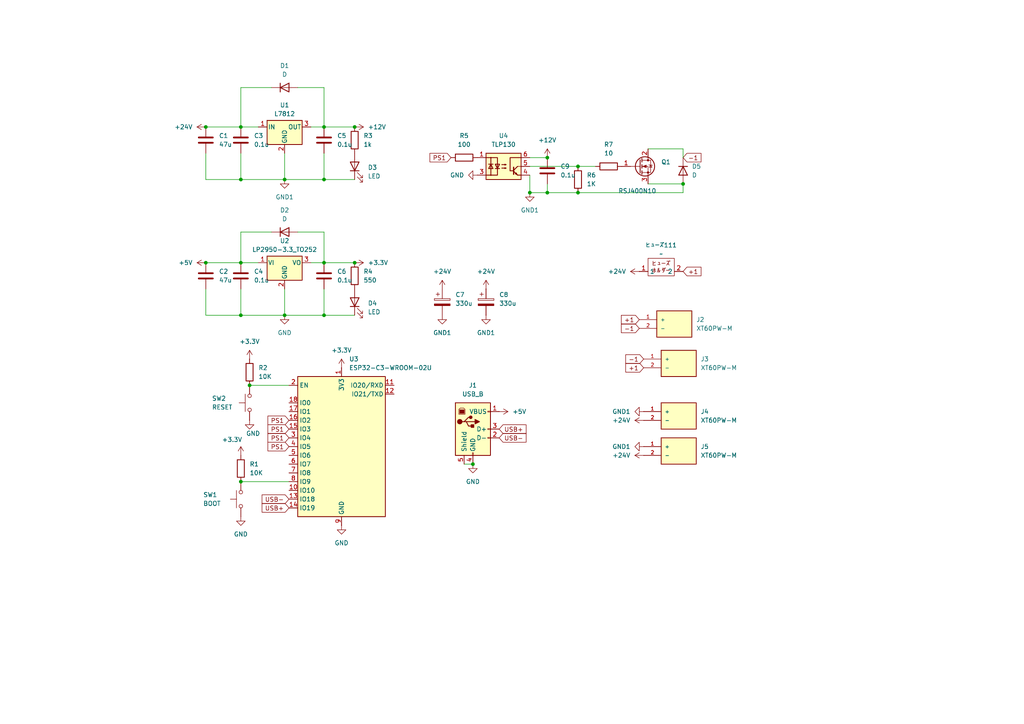
<source format=kicad_sch>
(kicad_sch
	(version 20231120)
	(generator "eeschema")
	(generator_version "8.0")
	(uuid "7763ee6c-6f82-4dca-a720-f2379160beb2")
	(paper "A4")
	(lib_symbols
		(symbol "Connector:USB_B"
			(pin_names
				(offset 1.016)
			)
			(exclude_from_sim no)
			(in_bom yes)
			(on_board yes)
			(property "Reference" "J"
				(at -5.08 11.43 0)
				(effects
					(font
						(size 1.27 1.27)
					)
					(justify left)
				)
			)
			(property "Value" "USB_B"
				(at -5.08 8.89 0)
				(effects
					(font
						(size 1.27 1.27)
					)
					(justify left)
				)
			)
			(property "Footprint" ""
				(at 3.81 -1.27 0)
				(effects
					(font
						(size 1.27 1.27)
					)
					(hide yes)
				)
			)
			(property "Datasheet" "~"
				(at 3.81 -1.27 0)
				(effects
					(font
						(size 1.27 1.27)
					)
					(hide yes)
				)
			)
			(property "Description" "USB Type B connector"
				(at 0 0 0)
				(effects
					(font
						(size 1.27 1.27)
					)
					(hide yes)
				)
			)
			(property "ki_keywords" "connector USB"
				(at 0 0 0)
				(effects
					(font
						(size 1.27 1.27)
					)
					(hide yes)
				)
			)
			(property "ki_fp_filters" "USB*"
				(at 0 0 0)
				(effects
					(font
						(size 1.27 1.27)
					)
					(hide yes)
				)
			)
			(symbol "USB_B_0_1"
				(rectangle
					(start -5.08 -7.62)
					(end 5.08 7.62)
					(stroke
						(width 0.254)
						(type default)
					)
					(fill
						(type background)
					)
				)
				(circle
					(center -3.81 2.159)
					(radius 0.635)
					(stroke
						(width 0.254)
						(type default)
					)
					(fill
						(type outline)
					)
				)
				(rectangle
					(start -3.81 5.588)
					(end -2.54 4.572)
					(stroke
						(width 0)
						(type default)
					)
					(fill
						(type outline)
					)
				)
				(circle
					(center -0.635 3.429)
					(radius 0.381)
					(stroke
						(width 0.254)
						(type default)
					)
					(fill
						(type outline)
					)
				)
				(rectangle
					(start -0.127 -7.62)
					(end 0.127 -6.858)
					(stroke
						(width 0)
						(type default)
					)
					(fill
						(type none)
					)
				)
				(polyline
					(pts
						(xy -1.905 2.159) (xy 0.635 2.159)
					)
					(stroke
						(width 0.254)
						(type default)
					)
					(fill
						(type none)
					)
				)
				(polyline
					(pts
						(xy -3.175 2.159) (xy -2.54 2.159) (xy -1.27 3.429) (xy -0.635 3.429)
					)
					(stroke
						(width 0.254)
						(type default)
					)
					(fill
						(type none)
					)
				)
				(polyline
					(pts
						(xy -2.54 2.159) (xy -1.905 2.159) (xy -1.27 0.889) (xy 0 0.889)
					)
					(stroke
						(width 0.254)
						(type default)
					)
					(fill
						(type none)
					)
				)
				(polyline
					(pts
						(xy 0.635 2.794) (xy 0.635 1.524) (xy 1.905 2.159) (xy 0.635 2.794)
					)
					(stroke
						(width 0.254)
						(type default)
					)
					(fill
						(type outline)
					)
				)
				(polyline
					(pts
						(xy -4.064 4.318) (xy -2.286 4.318) (xy -2.286 5.715) (xy -2.667 6.096) (xy -3.683 6.096) (xy -4.064 5.715)
						(xy -4.064 4.318)
					)
					(stroke
						(width 0)
						(type default)
					)
					(fill
						(type none)
					)
				)
				(rectangle
					(start 0.254 1.27)
					(end -0.508 0.508)
					(stroke
						(width 0.254)
						(type default)
					)
					(fill
						(type outline)
					)
				)
				(rectangle
					(start 5.08 -2.667)
					(end 4.318 -2.413)
					(stroke
						(width 0)
						(type default)
					)
					(fill
						(type none)
					)
				)
				(rectangle
					(start 5.08 -0.127)
					(end 4.318 0.127)
					(stroke
						(width 0)
						(type default)
					)
					(fill
						(type none)
					)
				)
				(rectangle
					(start 5.08 4.953)
					(end 4.318 5.207)
					(stroke
						(width 0)
						(type default)
					)
					(fill
						(type none)
					)
				)
			)
			(symbol "USB_B_1_1"
				(pin power_out line
					(at 7.62 5.08 180)
					(length 2.54)
					(name "VBUS"
						(effects
							(font
								(size 1.27 1.27)
							)
						)
					)
					(number "1"
						(effects
							(font
								(size 1.27 1.27)
							)
						)
					)
				)
				(pin bidirectional line
					(at 7.62 -2.54 180)
					(length 2.54)
					(name "D-"
						(effects
							(font
								(size 1.27 1.27)
							)
						)
					)
					(number "2"
						(effects
							(font
								(size 1.27 1.27)
							)
						)
					)
				)
				(pin bidirectional line
					(at 7.62 0 180)
					(length 2.54)
					(name "D+"
						(effects
							(font
								(size 1.27 1.27)
							)
						)
					)
					(number "3"
						(effects
							(font
								(size 1.27 1.27)
							)
						)
					)
				)
				(pin power_out line
					(at 0 -10.16 90)
					(length 2.54)
					(name "GND"
						(effects
							(font
								(size 1.27 1.27)
							)
						)
					)
					(number "4"
						(effects
							(font
								(size 1.27 1.27)
							)
						)
					)
				)
				(pin passive line
					(at -2.54 -10.16 90)
					(length 2.54)
					(name "Shield"
						(effects
							(font
								(size 1.27 1.27)
							)
						)
					)
					(number "5"
						(effects
							(font
								(size 1.27 1.27)
							)
						)
					)
				)
			)
		)
		(symbol "Device:C"
			(pin_numbers hide)
			(pin_names
				(offset 0.254)
			)
			(exclude_from_sim no)
			(in_bom yes)
			(on_board yes)
			(property "Reference" "C"
				(at 0.635 2.54 0)
				(effects
					(font
						(size 1.27 1.27)
					)
					(justify left)
				)
			)
			(property "Value" "C"
				(at 0.635 -2.54 0)
				(effects
					(font
						(size 1.27 1.27)
					)
					(justify left)
				)
			)
			(property "Footprint" ""
				(at 0.9652 -3.81 0)
				(effects
					(font
						(size 1.27 1.27)
					)
					(hide yes)
				)
			)
			(property "Datasheet" "~"
				(at 0 0 0)
				(effects
					(font
						(size 1.27 1.27)
					)
					(hide yes)
				)
			)
			(property "Description" "Unpolarized capacitor"
				(at 0 0 0)
				(effects
					(font
						(size 1.27 1.27)
					)
					(hide yes)
				)
			)
			(property "ki_keywords" "cap capacitor"
				(at 0 0 0)
				(effects
					(font
						(size 1.27 1.27)
					)
					(hide yes)
				)
			)
			(property "ki_fp_filters" "C_*"
				(at 0 0 0)
				(effects
					(font
						(size 1.27 1.27)
					)
					(hide yes)
				)
			)
			(symbol "C_0_1"
				(polyline
					(pts
						(xy -2.032 -0.762) (xy 2.032 -0.762)
					)
					(stroke
						(width 0.508)
						(type default)
					)
					(fill
						(type none)
					)
				)
				(polyline
					(pts
						(xy -2.032 0.762) (xy 2.032 0.762)
					)
					(stroke
						(width 0.508)
						(type default)
					)
					(fill
						(type none)
					)
				)
			)
			(symbol "C_1_1"
				(pin passive line
					(at 0 3.81 270)
					(length 2.794)
					(name "~"
						(effects
							(font
								(size 1.27 1.27)
							)
						)
					)
					(number "1"
						(effects
							(font
								(size 1.27 1.27)
							)
						)
					)
				)
				(pin passive line
					(at 0 -3.81 90)
					(length 2.794)
					(name "~"
						(effects
							(font
								(size 1.27 1.27)
							)
						)
					)
					(number "2"
						(effects
							(font
								(size 1.27 1.27)
							)
						)
					)
				)
			)
		)
		(symbol "Device:C_Polarized"
			(pin_numbers hide)
			(pin_names
				(offset 0.254)
			)
			(exclude_from_sim no)
			(in_bom yes)
			(on_board yes)
			(property "Reference" "C"
				(at 0.635 2.54 0)
				(effects
					(font
						(size 1.27 1.27)
					)
					(justify left)
				)
			)
			(property "Value" "C_Polarized"
				(at 0.635 -2.54 0)
				(effects
					(font
						(size 1.27 1.27)
					)
					(justify left)
				)
			)
			(property "Footprint" ""
				(at 0.9652 -3.81 0)
				(effects
					(font
						(size 1.27 1.27)
					)
					(hide yes)
				)
			)
			(property "Datasheet" "~"
				(at 0 0 0)
				(effects
					(font
						(size 1.27 1.27)
					)
					(hide yes)
				)
			)
			(property "Description" "Polarized capacitor"
				(at 0 0 0)
				(effects
					(font
						(size 1.27 1.27)
					)
					(hide yes)
				)
			)
			(property "ki_keywords" "cap capacitor"
				(at 0 0 0)
				(effects
					(font
						(size 1.27 1.27)
					)
					(hide yes)
				)
			)
			(property "ki_fp_filters" "CP_*"
				(at 0 0 0)
				(effects
					(font
						(size 1.27 1.27)
					)
					(hide yes)
				)
			)
			(symbol "C_Polarized_0_1"
				(rectangle
					(start -2.286 0.508)
					(end 2.286 1.016)
					(stroke
						(width 0)
						(type default)
					)
					(fill
						(type none)
					)
				)
				(polyline
					(pts
						(xy -1.778 2.286) (xy -0.762 2.286)
					)
					(stroke
						(width 0)
						(type default)
					)
					(fill
						(type none)
					)
				)
				(polyline
					(pts
						(xy -1.27 2.794) (xy -1.27 1.778)
					)
					(stroke
						(width 0)
						(type default)
					)
					(fill
						(type none)
					)
				)
				(rectangle
					(start 2.286 -0.508)
					(end -2.286 -1.016)
					(stroke
						(width 0)
						(type default)
					)
					(fill
						(type outline)
					)
				)
			)
			(symbol "C_Polarized_1_1"
				(pin passive line
					(at 0 3.81 270)
					(length 2.794)
					(name "~"
						(effects
							(font
								(size 1.27 1.27)
							)
						)
					)
					(number "1"
						(effects
							(font
								(size 1.27 1.27)
							)
						)
					)
				)
				(pin passive line
					(at 0 -3.81 90)
					(length 2.794)
					(name "~"
						(effects
							(font
								(size 1.27 1.27)
							)
						)
					)
					(number "2"
						(effects
							(font
								(size 1.27 1.27)
							)
						)
					)
				)
			)
		)
		(symbol "Device:D"
			(pin_numbers hide)
			(pin_names
				(offset 1.016) hide)
			(exclude_from_sim no)
			(in_bom yes)
			(on_board yes)
			(property "Reference" "D"
				(at 0 2.54 0)
				(effects
					(font
						(size 1.27 1.27)
					)
				)
			)
			(property "Value" "D"
				(at 0 -2.54 0)
				(effects
					(font
						(size 1.27 1.27)
					)
				)
			)
			(property "Footprint" ""
				(at 0 0 0)
				(effects
					(font
						(size 1.27 1.27)
					)
					(hide yes)
				)
			)
			(property "Datasheet" "~"
				(at 0 0 0)
				(effects
					(font
						(size 1.27 1.27)
					)
					(hide yes)
				)
			)
			(property "Description" "Diode"
				(at 0 0 0)
				(effects
					(font
						(size 1.27 1.27)
					)
					(hide yes)
				)
			)
			(property "Sim.Device" "D"
				(at 0 0 0)
				(effects
					(font
						(size 1.27 1.27)
					)
					(hide yes)
				)
			)
			(property "Sim.Pins" "1=K 2=A"
				(at 0 0 0)
				(effects
					(font
						(size 1.27 1.27)
					)
					(hide yes)
				)
			)
			(property "ki_keywords" "diode"
				(at 0 0 0)
				(effects
					(font
						(size 1.27 1.27)
					)
					(hide yes)
				)
			)
			(property "ki_fp_filters" "TO-???* *_Diode_* *SingleDiode* D_*"
				(at 0 0 0)
				(effects
					(font
						(size 1.27 1.27)
					)
					(hide yes)
				)
			)
			(symbol "D_0_1"
				(polyline
					(pts
						(xy -1.27 1.27) (xy -1.27 -1.27)
					)
					(stroke
						(width 0.254)
						(type default)
					)
					(fill
						(type none)
					)
				)
				(polyline
					(pts
						(xy 1.27 0) (xy -1.27 0)
					)
					(stroke
						(width 0)
						(type default)
					)
					(fill
						(type none)
					)
				)
				(polyline
					(pts
						(xy 1.27 1.27) (xy 1.27 -1.27) (xy -1.27 0) (xy 1.27 1.27)
					)
					(stroke
						(width 0.254)
						(type default)
					)
					(fill
						(type none)
					)
				)
			)
			(symbol "D_1_1"
				(pin passive line
					(at -3.81 0 0)
					(length 2.54)
					(name "K"
						(effects
							(font
								(size 1.27 1.27)
							)
						)
					)
					(number "1"
						(effects
							(font
								(size 1.27 1.27)
							)
						)
					)
				)
				(pin passive line
					(at 3.81 0 180)
					(length 2.54)
					(name "A"
						(effects
							(font
								(size 1.27 1.27)
							)
						)
					)
					(number "2"
						(effects
							(font
								(size 1.27 1.27)
							)
						)
					)
				)
			)
		)
		(symbol "Device:LED"
			(pin_numbers hide)
			(pin_names
				(offset 1.016) hide)
			(exclude_from_sim no)
			(in_bom yes)
			(on_board yes)
			(property "Reference" "D"
				(at 0 2.54 0)
				(effects
					(font
						(size 1.27 1.27)
					)
				)
			)
			(property "Value" "LED"
				(at 0 -2.54 0)
				(effects
					(font
						(size 1.27 1.27)
					)
				)
			)
			(property "Footprint" ""
				(at 0 0 0)
				(effects
					(font
						(size 1.27 1.27)
					)
					(hide yes)
				)
			)
			(property "Datasheet" "~"
				(at 0 0 0)
				(effects
					(font
						(size 1.27 1.27)
					)
					(hide yes)
				)
			)
			(property "Description" "Light emitting diode"
				(at 0 0 0)
				(effects
					(font
						(size 1.27 1.27)
					)
					(hide yes)
				)
			)
			(property "ki_keywords" "LED diode"
				(at 0 0 0)
				(effects
					(font
						(size 1.27 1.27)
					)
					(hide yes)
				)
			)
			(property "ki_fp_filters" "LED* LED_SMD:* LED_THT:*"
				(at 0 0 0)
				(effects
					(font
						(size 1.27 1.27)
					)
					(hide yes)
				)
			)
			(symbol "LED_0_1"
				(polyline
					(pts
						(xy -1.27 -1.27) (xy -1.27 1.27)
					)
					(stroke
						(width 0.254)
						(type default)
					)
					(fill
						(type none)
					)
				)
				(polyline
					(pts
						(xy -1.27 0) (xy 1.27 0)
					)
					(stroke
						(width 0)
						(type default)
					)
					(fill
						(type none)
					)
				)
				(polyline
					(pts
						(xy 1.27 -1.27) (xy 1.27 1.27) (xy -1.27 0) (xy 1.27 -1.27)
					)
					(stroke
						(width 0.254)
						(type default)
					)
					(fill
						(type none)
					)
				)
				(polyline
					(pts
						(xy -3.048 -0.762) (xy -4.572 -2.286) (xy -3.81 -2.286) (xy -4.572 -2.286) (xy -4.572 -1.524)
					)
					(stroke
						(width 0)
						(type default)
					)
					(fill
						(type none)
					)
				)
				(polyline
					(pts
						(xy -1.778 -0.762) (xy -3.302 -2.286) (xy -2.54 -2.286) (xy -3.302 -2.286) (xy -3.302 -1.524)
					)
					(stroke
						(width 0)
						(type default)
					)
					(fill
						(type none)
					)
				)
			)
			(symbol "LED_1_1"
				(pin passive line
					(at -3.81 0 0)
					(length 2.54)
					(name "K"
						(effects
							(font
								(size 1.27 1.27)
							)
						)
					)
					(number "1"
						(effects
							(font
								(size 1.27 1.27)
							)
						)
					)
				)
				(pin passive line
					(at 3.81 0 180)
					(length 2.54)
					(name "A"
						(effects
							(font
								(size 1.27 1.27)
							)
						)
					)
					(number "2"
						(effects
							(font
								(size 1.27 1.27)
							)
						)
					)
				)
			)
		)
		(symbol "Device:Q_NMOS_GDS"
			(pin_names
				(offset 0) hide)
			(exclude_from_sim no)
			(in_bom yes)
			(on_board yes)
			(property "Reference" "Q"
				(at 5.08 1.27 0)
				(effects
					(font
						(size 1.27 1.27)
					)
					(justify left)
				)
			)
			(property "Value" "Q_NMOS_GDS"
				(at 5.08 -1.27 0)
				(effects
					(font
						(size 1.27 1.27)
					)
					(justify left)
				)
			)
			(property "Footprint" ""
				(at 5.08 2.54 0)
				(effects
					(font
						(size 1.27 1.27)
					)
					(hide yes)
				)
			)
			(property "Datasheet" "~"
				(at 0 0 0)
				(effects
					(font
						(size 1.27 1.27)
					)
					(hide yes)
				)
			)
			(property "Description" "N-MOSFET transistor, gate/drain/source"
				(at 0 0 0)
				(effects
					(font
						(size 1.27 1.27)
					)
					(hide yes)
				)
			)
			(property "ki_keywords" "transistor NMOS N-MOS N-MOSFET"
				(at 0 0 0)
				(effects
					(font
						(size 1.27 1.27)
					)
					(hide yes)
				)
			)
			(symbol "Q_NMOS_GDS_0_1"
				(polyline
					(pts
						(xy 0.254 0) (xy -2.54 0)
					)
					(stroke
						(width 0)
						(type default)
					)
					(fill
						(type none)
					)
				)
				(polyline
					(pts
						(xy 0.254 1.905) (xy 0.254 -1.905)
					)
					(stroke
						(width 0.254)
						(type default)
					)
					(fill
						(type none)
					)
				)
				(polyline
					(pts
						(xy 0.762 -1.27) (xy 0.762 -2.286)
					)
					(stroke
						(width 0.254)
						(type default)
					)
					(fill
						(type none)
					)
				)
				(polyline
					(pts
						(xy 0.762 0.508) (xy 0.762 -0.508)
					)
					(stroke
						(width 0.254)
						(type default)
					)
					(fill
						(type none)
					)
				)
				(polyline
					(pts
						(xy 0.762 2.286) (xy 0.762 1.27)
					)
					(stroke
						(width 0.254)
						(type default)
					)
					(fill
						(type none)
					)
				)
				(polyline
					(pts
						(xy 2.54 2.54) (xy 2.54 1.778)
					)
					(stroke
						(width 0)
						(type default)
					)
					(fill
						(type none)
					)
				)
				(polyline
					(pts
						(xy 2.54 -2.54) (xy 2.54 0) (xy 0.762 0)
					)
					(stroke
						(width 0)
						(type default)
					)
					(fill
						(type none)
					)
				)
				(polyline
					(pts
						(xy 0.762 -1.778) (xy 3.302 -1.778) (xy 3.302 1.778) (xy 0.762 1.778)
					)
					(stroke
						(width 0)
						(type default)
					)
					(fill
						(type none)
					)
				)
				(polyline
					(pts
						(xy 1.016 0) (xy 2.032 0.381) (xy 2.032 -0.381) (xy 1.016 0)
					)
					(stroke
						(width 0)
						(type default)
					)
					(fill
						(type outline)
					)
				)
				(polyline
					(pts
						(xy 2.794 0.508) (xy 2.921 0.381) (xy 3.683 0.381) (xy 3.81 0.254)
					)
					(stroke
						(width 0)
						(type default)
					)
					(fill
						(type none)
					)
				)
				(polyline
					(pts
						(xy 3.302 0.381) (xy 2.921 -0.254) (xy 3.683 -0.254) (xy 3.302 0.381)
					)
					(stroke
						(width 0)
						(type default)
					)
					(fill
						(type none)
					)
				)
				(circle
					(center 1.651 0)
					(radius 2.794)
					(stroke
						(width 0.254)
						(type default)
					)
					(fill
						(type none)
					)
				)
				(circle
					(center 2.54 -1.778)
					(radius 0.254)
					(stroke
						(width 0)
						(type default)
					)
					(fill
						(type outline)
					)
				)
				(circle
					(center 2.54 1.778)
					(radius 0.254)
					(stroke
						(width 0)
						(type default)
					)
					(fill
						(type outline)
					)
				)
			)
			(symbol "Q_NMOS_GDS_1_1"
				(pin input line
					(at -5.08 0 0)
					(length 2.54)
					(name "G"
						(effects
							(font
								(size 1.27 1.27)
							)
						)
					)
					(number "1"
						(effects
							(font
								(size 1.27 1.27)
							)
						)
					)
				)
				(pin passive line
					(at 2.54 5.08 270)
					(length 2.54)
					(name "D"
						(effects
							(font
								(size 1.27 1.27)
							)
						)
					)
					(number "2"
						(effects
							(font
								(size 1.27 1.27)
							)
						)
					)
				)
				(pin passive line
					(at 2.54 -5.08 90)
					(length 2.54)
					(name "S"
						(effects
							(font
								(size 1.27 1.27)
							)
						)
					)
					(number "3"
						(effects
							(font
								(size 1.27 1.27)
							)
						)
					)
				)
			)
		)
		(symbol "Device:R"
			(pin_numbers hide)
			(pin_names
				(offset 0)
			)
			(exclude_from_sim no)
			(in_bom yes)
			(on_board yes)
			(property "Reference" "R"
				(at 2.032 0 90)
				(effects
					(font
						(size 1.27 1.27)
					)
				)
			)
			(property "Value" "R"
				(at 0 0 90)
				(effects
					(font
						(size 1.27 1.27)
					)
				)
			)
			(property "Footprint" ""
				(at -1.778 0 90)
				(effects
					(font
						(size 1.27 1.27)
					)
					(hide yes)
				)
			)
			(property "Datasheet" "~"
				(at 0 0 0)
				(effects
					(font
						(size 1.27 1.27)
					)
					(hide yes)
				)
			)
			(property "Description" "Resistor"
				(at 0 0 0)
				(effects
					(font
						(size 1.27 1.27)
					)
					(hide yes)
				)
			)
			(property "ki_keywords" "R res resistor"
				(at 0 0 0)
				(effects
					(font
						(size 1.27 1.27)
					)
					(hide yes)
				)
			)
			(property "ki_fp_filters" "R_*"
				(at 0 0 0)
				(effects
					(font
						(size 1.27 1.27)
					)
					(hide yes)
				)
			)
			(symbol "R_0_1"
				(rectangle
					(start -1.016 -2.54)
					(end 1.016 2.54)
					(stroke
						(width 0.254)
						(type default)
					)
					(fill
						(type none)
					)
				)
			)
			(symbol "R_1_1"
				(pin passive line
					(at 0 3.81 270)
					(length 1.27)
					(name "~"
						(effects
							(font
								(size 1.27 1.27)
							)
						)
					)
					(number "1"
						(effects
							(font
								(size 1.27 1.27)
							)
						)
					)
				)
				(pin passive line
					(at 0 -3.81 90)
					(length 1.27)
					(name "~"
						(effects
							(font
								(size 1.27 1.27)
							)
						)
					)
					(number "2"
						(effects
							(font
								(size 1.27 1.27)
							)
						)
					)
				)
			)
		)
		(symbol "Isolator:TLP130"
			(pin_names
				(offset 1.016)
			)
			(exclude_from_sim no)
			(in_bom yes)
			(on_board yes)
			(property "Reference" "U"
				(at -5.08 4.826 0)
				(effects
					(font
						(size 1.27 1.27)
					)
					(justify left)
				)
			)
			(property "Value" "TLP130"
				(at -5.08 -5.08 0)
				(effects
					(font
						(size 1.27 1.27)
					)
					(justify left)
				)
			)
			(property "Footprint" "Package_SO:MFSOP6-5_4.4x3.6mm_P1.27mm"
				(at 0 -7.62 0)
				(effects
					(font
						(size 1.27 1.27)
						(italic yes)
					)
					(hide yes)
				)
			)
			(property "Datasheet" "https://toshiba.semicon-storage.com/info/docget.jsp?did=16740&prodName=TLP130"
				(at 0.254 0 0)
				(effects
					(font
						(size 1.27 1.27)
					)
					(justify left)
					(hide yes)
				)
			)
			(property "Description" "AC DC Optocoupler Base Connected, Vce 80V, CTR 50-100%, MFSOP6"
				(at 0 0 0)
				(effects
					(font
						(size 1.27 1.27)
					)
					(hide yes)
				)
			)
			(property "ki_keywords" "NPN AC DC Optocoupler Base Connected"
				(at 0 0 0)
				(effects
					(font
						(size 1.27 1.27)
					)
					(hide yes)
				)
			)
			(property "ki_fp_filters" "MFSOP6*4.4x3.6mm*P1.27mm*"
				(at 0 0 0)
				(effects
					(font
						(size 1.27 1.27)
					)
					(hide yes)
				)
			)
			(symbol "TLP130_0_1"
				(rectangle
					(start -5.08 3.81)
					(end 5.08 -3.81)
					(stroke
						(width 0.254)
						(type default)
					)
					(fill
						(type background)
					)
				)
				(circle
					(center -3.683 -2.54)
					(radius 0.127)
					(stroke
						(width 0)
						(type default)
					)
					(fill
						(type none)
					)
				)
				(circle
					(center -3.683 2.54)
					(radius 0.127)
					(stroke
						(width 0)
						(type default)
					)
					(fill
						(type none)
					)
				)
				(polyline
					(pts
						(xy -3.683 2.54) (xy -3.683 -2.54)
					)
					(stroke
						(width 0.254)
						(type default)
					)
					(fill
						(type none)
					)
				)
				(polyline
					(pts
						(xy -3.048 0.635) (xy -4.318 0.635)
					)
					(stroke
						(width 0.254)
						(type default)
					)
					(fill
						(type none)
					)
				)
				(polyline
					(pts
						(xy -2.413 -0.635) (xy -1.143 -0.635)
					)
					(stroke
						(width 0.254)
						(type default)
					)
					(fill
						(type none)
					)
				)
				(polyline
					(pts
						(xy 2.921 -1.397) (xy 4.064 -2.54)
					)
					(stroke
						(width 0.254)
						(type default)
					)
					(fill
						(type none)
					)
				)
				(polyline
					(pts
						(xy 2.921 -1.27) (xy 1.905 -1.27)
					)
					(stroke
						(width 0.254)
						(type default)
					)
					(fill
						(type none)
					)
				)
				(polyline
					(pts
						(xy 2.921 -1.143) (xy 4.064 0)
					)
					(stroke
						(width 0.254)
						(type default)
					)
					(fill
						(type none)
					)
				)
				(polyline
					(pts
						(xy 4.064 -2.54) (xy 5.08 -2.54)
					)
					(stroke
						(width 0.254)
						(type default)
					)
					(fill
						(type none)
					)
				)
				(polyline
					(pts
						(xy 5.08 0) (xy 4.064 0)
					)
					(stroke
						(width 0)
						(type default)
					)
					(fill
						(type none)
					)
				)
				(polyline
					(pts
						(xy 1.905 -1.27) (xy 1.905 2.54) (xy 5.08 2.54)
					)
					(stroke
						(width 0.254)
						(type default)
					)
					(fill
						(type none)
					)
				)
				(polyline
					(pts
						(xy 2.921 -0.254) (xy 2.921 -2.286) (xy 2.921 -2.286)
					)
					(stroke
						(width 0.3556)
						(type default)
					)
					(fill
						(type none)
					)
				)
				(polyline
					(pts
						(xy -5.08 -2.54) (xy -1.778 -2.54) (xy -1.778 2.54) (xy -5.08 2.54)
					)
					(stroke
						(width 0.254)
						(type default)
					)
					(fill
						(type none)
					)
				)
				(polyline
					(pts
						(xy -3.683 0.635) (xy -3.048 -0.635) (xy -4.318 -0.635) (xy -3.683 0.635)
					)
					(stroke
						(width 0.254)
						(type default)
					)
					(fill
						(type none)
					)
				)
				(polyline
					(pts
						(xy -1.778 -0.635) (xy -2.413 0.635) (xy -1.143 0.635) (xy -1.778 -0.635)
					)
					(stroke
						(width 0.254)
						(type default)
					)
					(fill
						(type none)
					)
				)
				(polyline
					(pts
						(xy 3.937 -2.413) (xy 3.683 -1.905) (xy 3.429 -2.159) (xy 3.937 -2.413)
					)
					(stroke
						(width 0.254)
						(type default)
					)
					(fill
						(type none)
					)
				)
				(polyline
					(pts
						(xy -0.508 -0.508) (xy 0.762 -0.508) (xy 0.381 -0.635) (xy 0.381 -0.381) (xy 0.762 -0.508)
					)
					(stroke
						(width 0.254)
						(type default)
					)
					(fill
						(type none)
					)
				)
				(polyline
					(pts
						(xy -0.508 0.508) (xy 0.762 0.508) (xy 0.381 0.381) (xy 0.381 0.635) (xy 0.762 0.508)
					)
					(stroke
						(width 0.254)
						(type default)
					)
					(fill
						(type none)
					)
				)
			)
			(symbol "TLP130_1_1"
				(pin passive line
					(at -7.62 2.54 0)
					(length 2.54)
					(name "~"
						(effects
							(font
								(size 1.27 1.27)
							)
						)
					)
					(number "1"
						(effects
							(font
								(size 1.27 1.27)
							)
						)
					)
				)
				(pin passive line
					(at -7.62 -2.54 0)
					(length 2.54)
					(name "~"
						(effects
							(font
								(size 1.27 1.27)
							)
						)
					)
					(number "3"
						(effects
							(font
								(size 1.27 1.27)
							)
						)
					)
				)
				(pin passive line
					(at 7.62 -2.54 180)
					(length 2.54)
					(name "~"
						(effects
							(font
								(size 1.27 1.27)
							)
						)
					)
					(number "4"
						(effects
							(font
								(size 1.27 1.27)
							)
						)
					)
				)
				(pin open_collector line
					(at 7.62 0 180)
					(length 2.54)
					(name "~"
						(effects
							(font
								(size 1.27 1.27)
							)
						)
					)
					(number "5"
						(effects
							(font
								(size 1.27 1.27)
							)
						)
					)
				)
				(pin passive line
					(at 7.62 2.54 180)
					(length 2.54)
					(name "~"
						(effects
							(font
								(size 1.27 1.27)
							)
						)
					)
					(number "6"
						(effects
							(font
								(size 1.27 1.27)
							)
						)
					)
				)
			)
		)
		(symbol "RF_Module:ESP32-C3-WROOM-02U"
			(exclude_from_sim no)
			(in_bom yes)
			(on_board yes)
			(property "Reference" "U"
				(at -12.192 21.336 0)
				(effects
					(font
						(size 1.27 1.27)
					)
				)
			)
			(property "Value" "ESP32-C3-WROOM-02U"
				(at 12.7 21.336 0)
				(effects
					(font
						(size 1.27 1.27)
					)
				)
			)
			(property "Footprint" "RF_Module:ESP32-C3-WROOM-02U"
				(at 0 -0.635 0)
				(effects
					(font
						(size 1.27 1.27)
					)
					(hide yes)
				)
			)
			(property "Datasheet" "https://www.espressif.com/sites/default/files/documentation/esp32-c3-wroom-02_datasheet_en.pdf"
				(at 0 -0.635 0)
				(effects
					(font
						(size 1.27 1.27)
					)
					(hide yes)
				)
			)
			(property "Description" "802.11 b/g/n Wi­Fi and Bluetooth 5 module, ESP32­C3 SoC, RISC­V microprocessor, On-board antenna"
				(at 0 -0.635 0)
				(effects
					(font
						(size 1.27 1.27)
					)
					(hide yes)
				)
			)
			(property "ki_keywords" "esp32 espressif WiFi Bluetooth LE"
				(at 0 0 0)
				(effects
					(font
						(size 1.27 1.27)
					)
					(hide yes)
				)
			)
			(property "ki_fp_filters" "ESP32?C3*WROOM?02U*"
				(at 0 0 0)
				(effects
					(font
						(size 1.27 1.27)
					)
					(hide yes)
				)
			)
			(symbol "ESP32-C3-WROOM-02U_1_1"
				(rectangle
					(start -12.7 20.32)
					(end 12.7 -20.32)
					(stroke
						(width 0.254)
						(type default)
					)
					(fill
						(type background)
					)
				)
				(pin power_in line
					(at 0 22.86 270)
					(length 2.54)
					(name "3V3"
						(effects
							(font
								(size 1.27 1.27)
							)
						)
					)
					(number "1"
						(effects
							(font
								(size 1.27 1.27)
							)
						)
					)
				)
				(pin bidirectional line
					(at -15.24 -12.7 0)
					(length 2.54)
					(name "IO10"
						(effects
							(font
								(size 1.27 1.27)
							)
						)
					)
					(number "10"
						(effects
							(font
								(size 1.27 1.27)
							)
						)
					)
				)
				(pin bidirectional line
					(at 15.24 17.78 180)
					(length 2.54)
					(name "IO20/RXD"
						(effects
							(font
								(size 1.27 1.27)
							)
						)
					)
					(number "11"
						(effects
							(font
								(size 1.27 1.27)
							)
						)
					)
				)
				(pin bidirectional line
					(at 15.24 15.24 180)
					(length 2.54)
					(name "IO21/TXD"
						(effects
							(font
								(size 1.27 1.27)
							)
						)
					)
					(number "12"
						(effects
							(font
								(size 1.27 1.27)
							)
						)
					)
				)
				(pin bidirectional line
					(at -15.24 -15.24 0)
					(length 2.54)
					(name "IO18"
						(effects
							(font
								(size 1.27 1.27)
							)
						)
					)
					(number "13"
						(effects
							(font
								(size 1.27 1.27)
							)
						)
					)
				)
				(pin bidirectional line
					(at -15.24 -17.78 0)
					(length 2.54)
					(name "IO19"
						(effects
							(font
								(size 1.27 1.27)
							)
						)
					)
					(number "14"
						(effects
							(font
								(size 1.27 1.27)
							)
						)
					)
				)
				(pin bidirectional line
					(at -15.24 5.08 0)
					(length 2.54)
					(name "IO3"
						(effects
							(font
								(size 1.27 1.27)
							)
						)
					)
					(number "15"
						(effects
							(font
								(size 1.27 1.27)
							)
						)
					)
				)
				(pin bidirectional line
					(at -15.24 7.62 0)
					(length 2.54)
					(name "IO2"
						(effects
							(font
								(size 1.27 1.27)
							)
						)
					)
					(number "16"
						(effects
							(font
								(size 1.27 1.27)
							)
						)
					)
				)
				(pin bidirectional line
					(at -15.24 10.16 0)
					(length 2.54)
					(name "IO1"
						(effects
							(font
								(size 1.27 1.27)
							)
						)
					)
					(number "17"
						(effects
							(font
								(size 1.27 1.27)
							)
						)
					)
				)
				(pin bidirectional line
					(at -15.24 12.7 0)
					(length 2.54)
					(name "IO0"
						(effects
							(font
								(size 1.27 1.27)
							)
						)
					)
					(number "18"
						(effects
							(font
								(size 1.27 1.27)
							)
						)
					)
				)
				(pin passive line
					(at 0 -22.86 90)
					(length 2.54) hide
					(name "GND"
						(effects
							(font
								(size 1.27 1.27)
							)
						)
					)
					(number "19"
						(effects
							(font
								(size 1.27 1.27)
							)
						)
					)
				)
				(pin input line
					(at -15.24 17.78 0)
					(length 2.54)
					(name "EN"
						(effects
							(font
								(size 1.27 1.27)
							)
						)
					)
					(number "2"
						(effects
							(font
								(size 1.27 1.27)
							)
						)
					)
				)
				(pin bidirectional line
					(at -15.24 2.54 0)
					(length 2.54)
					(name "IO4"
						(effects
							(font
								(size 1.27 1.27)
							)
						)
					)
					(number "3"
						(effects
							(font
								(size 1.27 1.27)
							)
						)
					)
				)
				(pin bidirectional line
					(at -15.24 0 0)
					(length 2.54)
					(name "IO5"
						(effects
							(font
								(size 1.27 1.27)
							)
						)
					)
					(number "4"
						(effects
							(font
								(size 1.27 1.27)
							)
						)
					)
				)
				(pin bidirectional line
					(at -15.24 -2.54 0)
					(length 2.54)
					(name "IO6"
						(effects
							(font
								(size 1.27 1.27)
							)
						)
					)
					(number "5"
						(effects
							(font
								(size 1.27 1.27)
							)
						)
					)
				)
				(pin bidirectional line
					(at -15.24 -5.08 0)
					(length 2.54)
					(name "IO7"
						(effects
							(font
								(size 1.27 1.27)
							)
						)
					)
					(number "6"
						(effects
							(font
								(size 1.27 1.27)
							)
						)
					)
				)
				(pin bidirectional line
					(at -15.24 -7.62 0)
					(length 2.54)
					(name "IO8"
						(effects
							(font
								(size 1.27 1.27)
							)
						)
					)
					(number "7"
						(effects
							(font
								(size 1.27 1.27)
							)
						)
					)
				)
				(pin bidirectional line
					(at -15.24 -10.16 0)
					(length 2.54)
					(name "IO9"
						(effects
							(font
								(size 1.27 1.27)
							)
						)
					)
					(number "8"
						(effects
							(font
								(size 1.27 1.27)
							)
						)
					)
				)
				(pin power_in line
					(at 0 -22.86 90)
					(length 2.54)
					(name "GND"
						(effects
							(font
								(size 1.27 1.27)
							)
						)
					)
					(number "9"
						(effects
							(font
								(size 1.27 1.27)
							)
						)
					)
				)
			)
		)
		(symbol "Regulator_Linear:L7812"
			(pin_names
				(offset 0.254)
			)
			(exclude_from_sim no)
			(in_bom yes)
			(on_board yes)
			(property "Reference" "U"
				(at -3.81 3.175 0)
				(effects
					(font
						(size 1.27 1.27)
					)
				)
			)
			(property "Value" "L7812"
				(at 0 3.175 0)
				(effects
					(font
						(size 1.27 1.27)
					)
					(justify left)
				)
			)
			(property "Footprint" ""
				(at 0.635 -3.81 0)
				(effects
					(font
						(size 1.27 1.27)
						(italic yes)
					)
					(justify left)
					(hide yes)
				)
			)
			(property "Datasheet" "http://www.st.com/content/ccc/resource/technical/document/datasheet/41/4f/b3/b0/12/d4/47/88/CD00000444.pdf/files/CD00000444.pdf/jcr:content/translations/en.CD00000444.pdf"
				(at 0 -1.27 0)
				(effects
					(font
						(size 1.27 1.27)
					)
					(hide yes)
				)
			)
			(property "Description" "Positive 1.5A 35V Linear Regulator, Fixed Output 12V, TO-220/TO-263/TO-252"
				(at 0 0 0)
				(effects
					(font
						(size 1.27 1.27)
					)
					(hide yes)
				)
			)
			(property "ki_keywords" "Voltage Regulator 1.5A Positive"
				(at 0 0 0)
				(effects
					(font
						(size 1.27 1.27)
					)
					(hide yes)
				)
			)
			(property "ki_fp_filters" "TO?252* TO?263* TO?220*"
				(at 0 0 0)
				(effects
					(font
						(size 1.27 1.27)
					)
					(hide yes)
				)
			)
			(symbol "L7812_0_1"
				(rectangle
					(start -5.08 1.905)
					(end 5.08 -5.08)
					(stroke
						(width 0.254)
						(type default)
					)
					(fill
						(type background)
					)
				)
			)
			(symbol "L7812_1_1"
				(pin power_in line
					(at -7.62 0 0)
					(length 2.54)
					(name "IN"
						(effects
							(font
								(size 1.27 1.27)
							)
						)
					)
					(number "1"
						(effects
							(font
								(size 1.27 1.27)
							)
						)
					)
				)
				(pin power_in line
					(at 0 -7.62 90)
					(length 2.54)
					(name "GND"
						(effects
							(font
								(size 1.27 1.27)
							)
						)
					)
					(number "2"
						(effects
							(font
								(size 1.27 1.27)
							)
						)
					)
				)
				(pin power_out line
					(at 7.62 0 180)
					(length 2.54)
					(name "OUT"
						(effects
							(font
								(size 1.27 1.27)
							)
						)
					)
					(number "3"
						(effects
							(font
								(size 1.27 1.27)
							)
						)
					)
				)
			)
		)
		(symbol "Regulator_Linear:LP2950-3.3_TO252"
			(pin_names
				(offset 0.254)
			)
			(exclude_from_sim no)
			(in_bom yes)
			(on_board yes)
			(property "Reference" "U"
				(at -3.81 3.175 0)
				(effects
					(font
						(size 1.27 1.27)
					)
				)
			)
			(property "Value" "LP2950-3.3_TO252"
				(at 0 3.175 0)
				(effects
					(font
						(size 1.27 1.27)
					)
					(justify left)
				)
			)
			(property "Footprint" "Package_TO_SOT_SMD:TO-252-2"
				(at 0 5.715 0)
				(effects
					(font
						(size 1.27 1.27)
						(italic yes)
					)
					(hide yes)
				)
			)
			(property "Datasheet" "http://www.ti.com/lit/ds/symlink/lp2950.pdf"
				(at 0 -1.27 0)
				(effects
					(font
						(size 1.27 1.27)
					)
					(hide yes)
				)
			)
			(property "Description" "Positive 100mA 30V Linear Micropower Voltage Regulator, Fixed Output 3.3V, TO-252"
				(at 0 0 0)
				(effects
					(font
						(size 1.27 1.27)
					)
					(hide yes)
				)
			)
			(property "ki_keywords" "Micropower Voltage Regulator 100mA Positive"
				(at 0 0 0)
				(effects
					(font
						(size 1.27 1.27)
					)
					(hide yes)
				)
			)
			(property "ki_fp_filters" "TO?252*"
				(at 0 0 0)
				(effects
					(font
						(size 1.27 1.27)
					)
					(hide yes)
				)
			)
			(symbol "LP2950-3.3_TO252_0_1"
				(rectangle
					(start -5.08 1.905)
					(end 5.08 -5.08)
					(stroke
						(width 0.254)
						(type default)
					)
					(fill
						(type background)
					)
				)
			)
			(symbol "LP2950-3.3_TO252_1_1"
				(pin power_in line
					(at -7.62 0 0)
					(length 2.54)
					(name "VI"
						(effects
							(font
								(size 1.27 1.27)
							)
						)
					)
					(number "1"
						(effects
							(font
								(size 1.27 1.27)
							)
						)
					)
				)
				(pin power_in line
					(at 0 -7.62 90)
					(length 2.54)
					(name "GND"
						(effects
							(font
								(size 1.27 1.27)
							)
						)
					)
					(number "2"
						(effects
							(font
								(size 1.27 1.27)
							)
						)
					)
				)
				(pin power_out line
					(at 7.62 0 180)
					(length 2.54)
					(name "VO"
						(effects
							(font
								(size 1.27 1.27)
							)
						)
					)
					(number "3"
						(effects
							(font
								(size 1.27 1.27)
							)
						)
					)
				)
			)
		)
		(symbol "Switch:SW_Push"
			(pin_numbers hide)
			(pin_names
				(offset 1.016) hide)
			(exclude_from_sim no)
			(in_bom yes)
			(on_board yes)
			(property "Reference" "SW"
				(at 1.27 2.54 0)
				(effects
					(font
						(size 1.27 1.27)
					)
					(justify left)
				)
			)
			(property "Value" "SW_Push"
				(at 0 -1.524 0)
				(effects
					(font
						(size 1.27 1.27)
					)
				)
			)
			(property "Footprint" ""
				(at 0 5.08 0)
				(effects
					(font
						(size 1.27 1.27)
					)
					(hide yes)
				)
			)
			(property "Datasheet" "~"
				(at 0 5.08 0)
				(effects
					(font
						(size 1.27 1.27)
					)
					(hide yes)
				)
			)
			(property "Description" "Push button switch, generic, two pins"
				(at 0 0 0)
				(effects
					(font
						(size 1.27 1.27)
					)
					(hide yes)
				)
			)
			(property "ki_keywords" "switch normally-open pushbutton push-button"
				(at 0 0 0)
				(effects
					(font
						(size 1.27 1.27)
					)
					(hide yes)
				)
			)
			(symbol "SW_Push_0_1"
				(circle
					(center -2.032 0)
					(radius 0.508)
					(stroke
						(width 0)
						(type default)
					)
					(fill
						(type none)
					)
				)
				(polyline
					(pts
						(xy 0 1.27) (xy 0 3.048)
					)
					(stroke
						(width 0)
						(type default)
					)
					(fill
						(type none)
					)
				)
				(polyline
					(pts
						(xy 2.54 1.27) (xy -2.54 1.27)
					)
					(stroke
						(width 0)
						(type default)
					)
					(fill
						(type none)
					)
				)
				(circle
					(center 2.032 0)
					(radius 0.508)
					(stroke
						(width 0)
						(type default)
					)
					(fill
						(type none)
					)
				)
				(pin passive line
					(at -5.08 0 0)
					(length 2.54)
					(name "1"
						(effects
							(font
								(size 1.27 1.27)
							)
						)
					)
					(number "1"
						(effects
							(font
								(size 1.27 1.27)
							)
						)
					)
				)
				(pin passive line
					(at 5.08 0 180)
					(length 2.54)
					(name "2"
						(effects
							(font
								(size 1.27 1.27)
							)
						)
					)
					(number "2"
						(effects
							(font
								(size 1.27 1.27)
							)
						)
					)
				)
			)
		)
		(symbol "XT60PW-M:XT60PW-M"
			(pin_names
				(offset 1.016)
			)
			(exclude_from_sim no)
			(in_bom yes)
			(on_board yes)
			(property "Reference" "J"
				(at -5.08 5.7234 0)
				(effects
					(font
						(size 1.27 1.27)
					)
					(justify left bottom)
				)
			)
			(property "Value" "XT60PW-M"
				(at -5.08 -5.0923 0)
				(effects
					(font
						(size 1.27 1.27)
					)
					(justify left bottom)
				)
			)
			(property "Footprint" "XT60PW-M:AMASS_XT60PW-M"
				(at 0 0 0)
				(effects
					(font
						(size 1.27 1.27)
					)
					(justify bottom)
					(hide yes)
				)
			)
			(property "Datasheet" ""
				(at 0 0 0)
				(effects
					(font
						(size 1.27 1.27)
					)
					(hide yes)
				)
			)
			(property "Description" "ソケット、DC電源、オス、PIN:2"
				(at 0 0 0)
				(effects
					(font
						(size 1.27 1.27)
					)
					(justify bottom)
					(hide yes)
				)
			)
			(property "MF" "AMASS"
				(at 0 0 0)
				(effects
					(font
						(size 1.27 1.27)
					)
					(justify bottom)
					(hide yes)
				)
			)
			(property "MAXIMUM_PACKAGE_HEIGHT" "8.4 mm"
				(at 0 0 0)
				(effects
					(font
						(size 1.27 1.27)
					)
					(justify bottom)
					(hide yes)
				)
			)
			(property "Package" "Package"
				(at 0 0 0)
				(effects
					(font
						(size 1.27 1.27)
					)
					(justify bottom)
					(hide yes)
				)
			)
			(property "Price" "None"
				(at 0 0 0)
				(effects
					(font
						(size 1.27 1.27)
					)
					(justify bottom)
					(hide yes)
				)
			)
			(property "Check_prices" "https://www.snapeda.com/parts/XT60PW-M/AMASS/view-part/?ref=eda"
				(at 0 0 0)
				(effects
					(font
						(size 1.27 1.27)
					)
					(justify bottom)
					(hide yes)
				)
			)
			(property "STANDARD" "Manufacturer recommendations"
				(at 0 0 0)
				(effects
					(font
						(size 1.27 1.27)
					)
					(justify bottom)
					(hide yes)
				)
			)
			(property "PARTREV" "V1.2"
				(at 0 0 0)
				(effects
					(font
						(size 1.27 1.27)
					)
					(justify bottom)
					(hide yes)
				)
			)
			(property "SnapEDA_Link" "https://www.snapeda.com/parts/XT60PW-M/AMASS/view-part/?ref=snap"
				(at 0 0 0)
				(effects
					(font
						(size 1.27 1.27)
					)
					(justify bottom)
					(hide yes)
				)
			)
			(property "MP" "XT60PW-M"
				(at 0 0 0)
				(effects
					(font
						(size 1.27 1.27)
					)
					(justify bottom)
					(hide yes)
				)
			)
			(property "Availability" "Not in stock"
				(at 0 0 0)
				(effects
					(font
						(size 1.27 1.27)
					)
					(justify bottom)
					(hide yes)
				)
			)
			(property "MANUFACTURER" "AMASS"
				(at 0 0 0)
				(effects
					(font
						(size 1.27 1.27)
					)
					(justify bottom)
					(hide yes)
				)
			)
			(symbol "XT60PW-M_0_0"
				(rectangle
					(start -5.08 -2.54)
					(end 5.08 5.08)
					(stroke
						(width 0.254)
						(type default)
					)
					(fill
						(type background)
					)
				)
				(pin passive line
					(at -10.16 2.54 0)
					(length 5.08)
					(name "+"
						(effects
							(font
								(size 1.016 1.016)
							)
						)
					)
					(number "1"
						(effects
							(font
								(size 1.016 1.016)
							)
						)
					)
				)
				(pin passive line
					(at -10.16 0 0)
					(length 5.08)
					(name "-"
						(effects
							(font
								(size 1.016 1.016)
							)
						)
					)
					(number "2"
						(effects
							(font
								(size 1.016 1.016)
							)
						)
					)
				)
			)
		)
		(symbol "power:+12V"
			(power)
			(pin_numbers hide)
			(pin_names
				(offset 0) hide)
			(exclude_from_sim no)
			(in_bom yes)
			(on_board yes)
			(property "Reference" "#PWR"
				(at 0 -3.81 0)
				(effects
					(font
						(size 1.27 1.27)
					)
					(hide yes)
				)
			)
			(property "Value" "+12V"
				(at 0 3.556 0)
				(effects
					(font
						(size 1.27 1.27)
					)
				)
			)
			(property "Footprint" ""
				(at 0 0 0)
				(effects
					(font
						(size 1.27 1.27)
					)
					(hide yes)
				)
			)
			(property "Datasheet" ""
				(at 0 0 0)
				(effects
					(font
						(size 1.27 1.27)
					)
					(hide yes)
				)
			)
			(property "Description" "Power symbol creates a global label with name \"+12V\""
				(at 0 0 0)
				(effects
					(font
						(size 1.27 1.27)
					)
					(hide yes)
				)
			)
			(property "ki_keywords" "global power"
				(at 0 0 0)
				(effects
					(font
						(size 1.27 1.27)
					)
					(hide yes)
				)
			)
			(symbol "+12V_0_1"
				(polyline
					(pts
						(xy -0.762 1.27) (xy 0 2.54)
					)
					(stroke
						(width 0)
						(type default)
					)
					(fill
						(type none)
					)
				)
				(polyline
					(pts
						(xy 0 0) (xy 0 2.54)
					)
					(stroke
						(width 0)
						(type default)
					)
					(fill
						(type none)
					)
				)
				(polyline
					(pts
						(xy 0 2.54) (xy 0.762 1.27)
					)
					(stroke
						(width 0)
						(type default)
					)
					(fill
						(type none)
					)
				)
			)
			(symbol "+12V_1_1"
				(pin power_in line
					(at 0 0 90)
					(length 0)
					(name "~"
						(effects
							(font
								(size 1.27 1.27)
							)
						)
					)
					(number "1"
						(effects
							(font
								(size 1.27 1.27)
							)
						)
					)
				)
			)
		)
		(symbol "power:+24V"
			(power)
			(pin_numbers hide)
			(pin_names
				(offset 0) hide)
			(exclude_from_sim no)
			(in_bom yes)
			(on_board yes)
			(property "Reference" "#PWR"
				(at 0 -3.81 0)
				(effects
					(font
						(size 1.27 1.27)
					)
					(hide yes)
				)
			)
			(property "Value" "+24V"
				(at 0 3.556 0)
				(effects
					(font
						(size 1.27 1.27)
					)
				)
			)
			(property "Footprint" ""
				(at 0 0 0)
				(effects
					(font
						(size 1.27 1.27)
					)
					(hide yes)
				)
			)
			(property "Datasheet" ""
				(at 0 0 0)
				(effects
					(font
						(size 1.27 1.27)
					)
					(hide yes)
				)
			)
			(property "Description" "Power symbol creates a global label with name \"+24V\""
				(at 0 0 0)
				(effects
					(font
						(size 1.27 1.27)
					)
					(hide yes)
				)
			)
			(property "ki_keywords" "global power"
				(at 0 0 0)
				(effects
					(font
						(size 1.27 1.27)
					)
					(hide yes)
				)
			)
			(symbol "+24V_0_1"
				(polyline
					(pts
						(xy -0.762 1.27) (xy 0 2.54)
					)
					(stroke
						(width 0)
						(type default)
					)
					(fill
						(type none)
					)
				)
				(polyline
					(pts
						(xy 0 0) (xy 0 2.54)
					)
					(stroke
						(width 0)
						(type default)
					)
					(fill
						(type none)
					)
				)
				(polyline
					(pts
						(xy 0 2.54) (xy 0.762 1.27)
					)
					(stroke
						(width 0)
						(type default)
					)
					(fill
						(type none)
					)
				)
			)
			(symbol "+24V_1_1"
				(pin power_in line
					(at 0 0 90)
					(length 0)
					(name "~"
						(effects
							(font
								(size 1.27 1.27)
							)
						)
					)
					(number "1"
						(effects
							(font
								(size 1.27 1.27)
							)
						)
					)
				)
			)
		)
		(symbol "power:+3.3V"
			(power)
			(pin_numbers hide)
			(pin_names
				(offset 0) hide)
			(exclude_from_sim no)
			(in_bom yes)
			(on_board yes)
			(property "Reference" "#PWR"
				(at 0 -3.81 0)
				(effects
					(font
						(size 1.27 1.27)
					)
					(hide yes)
				)
			)
			(property "Value" "+3.3V"
				(at 0 3.556 0)
				(effects
					(font
						(size 1.27 1.27)
					)
				)
			)
			(property "Footprint" ""
				(at 0 0 0)
				(effects
					(font
						(size 1.27 1.27)
					)
					(hide yes)
				)
			)
			(property "Datasheet" ""
				(at 0 0 0)
				(effects
					(font
						(size 1.27 1.27)
					)
					(hide yes)
				)
			)
			(property "Description" "Power symbol creates a global label with name \"+3.3V\""
				(at 0 0 0)
				(effects
					(font
						(size 1.27 1.27)
					)
					(hide yes)
				)
			)
			(property "ki_keywords" "global power"
				(at 0 0 0)
				(effects
					(font
						(size 1.27 1.27)
					)
					(hide yes)
				)
			)
			(symbol "+3.3V_0_1"
				(polyline
					(pts
						(xy -0.762 1.27) (xy 0 2.54)
					)
					(stroke
						(width 0)
						(type default)
					)
					(fill
						(type none)
					)
				)
				(polyline
					(pts
						(xy 0 0) (xy 0 2.54)
					)
					(stroke
						(width 0)
						(type default)
					)
					(fill
						(type none)
					)
				)
				(polyline
					(pts
						(xy 0 2.54) (xy 0.762 1.27)
					)
					(stroke
						(width 0)
						(type default)
					)
					(fill
						(type none)
					)
				)
			)
			(symbol "+3.3V_1_1"
				(pin power_in line
					(at 0 0 90)
					(length 0)
					(name "~"
						(effects
							(font
								(size 1.27 1.27)
							)
						)
					)
					(number "1"
						(effects
							(font
								(size 1.27 1.27)
							)
						)
					)
				)
			)
		)
		(symbol "power:+5V"
			(power)
			(pin_numbers hide)
			(pin_names
				(offset 0) hide)
			(exclude_from_sim no)
			(in_bom yes)
			(on_board yes)
			(property "Reference" "#PWR"
				(at 0 -3.81 0)
				(effects
					(font
						(size 1.27 1.27)
					)
					(hide yes)
				)
			)
			(property "Value" "+5V"
				(at 0 3.556 0)
				(effects
					(font
						(size 1.27 1.27)
					)
				)
			)
			(property "Footprint" ""
				(at 0 0 0)
				(effects
					(font
						(size 1.27 1.27)
					)
					(hide yes)
				)
			)
			(property "Datasheet" ""
				(at 0 0 0)
				(effects
					(font
						(size 1.27 1.27)
					)
					(hide yes)
				)
			)
			(property "Description" "Power symbol creates a global label with name \"+5V\""
				(at 0 0 0)
				(effects
					(font
						(size 1.27 1.27)
					)
					(hide yes)
				)
			)
			(property "ki_keywords" "global power"
				(at 0 0 0)
				(effects
					(font
						(size 1.27 1.27)
					)
					(hide yes)
				)
			)
			(symbol "+5V_0_1"
				(polyline
					(pts
						(xy -0.762 1.27) (xy 0 2.54)
					)
					(stroke
						(width 0)
						(type default)
					)
					(fill
						(type none)
					)
				)
				(polyline
					(pts
						(xy 0 0) (xy 0 2.54)
					)
					(stroke
						(width 0)
						(type default)
					)
					(fill
						(type none)
					)
				)
				(polyline
					(pts
						(xy 0 2.54) (xy 0.762 1.27)
					)
					(stroke
						(width 0)
						(type default)
					)
					(fill
						(type none)
					)
				)
			)
			(symbol "+5V_1_1"
				(pin power_in line
					(at 0 0 90)
					(length 0)
					(name "~"
						(effects
							(font
								(size 1.27 1.27)
							)
						)
					)
					(number "1"
						(effects
							(font
								(size 1.27 1.27)
							)
						)
					)
				)
			)
		)
		(symbol "power:GND"
			(power)
			(pin_numbers hide)
			(pin_names
				(offset 0) hide)
			(exclude_from_sim no)
			(in_bom yes)
			(on_board yes)
			(property "Reference" "#PWR"
				(at 0 -6.35 0)
				(effects
					(font
						(size 1.27 1.27)
					)
					(hide yes)
				)
			)
			(property "Value" "GND"
				(at 0 -3.81 0)
				(effects
					(font
						(size 1.27 1.27)
					)
				)
			)
			(property "Footprint" ""
				(at 0 0 0)
				(effects
					(font
						(size 1.27 1.27)
					)
					(hide yes)
				)
			)
			(property "Datasheet" ""
				(at 0 0 0)
				(effects
					(font
						(size 1.27 1.27)
					)
					(hide yes)
				)
			)
			(property "Description" "Power symbol creates a global label with name \"GND\" , ground"
				(at 0 0 0)
				(effects
					(font
						(size 1.27 1.27)
					)
					(hide yes)
				)
			)
			(property "ki_keywords" "global power"
				(at 0 0 0)
				(effects
					(font
						(size 1.27 1.27)
					)
					(hide yes)
				)
			)
			(symbol "GND_0_1"
				(polyline
					(pts
						(xy 0 0) (xy 0 -1.27) (xy 1.27 -1.27) (xy 0 -2.54) (xy -1.27 -1.27) (xy 0 -1.27)
					)
					(stroke
						(width 0)
						(type default)
					)
					(fill
						(type none)
					)
				)
			)
			(symbol "GND_1_1"
				(pin power_in line
					(at 0 0 270)
					(length 0)
					(name "~"
						(effects
							(font
								(size 1.27 1.27)
							)
						)
					)
					(number "1"
						(effects
							(font
								(size 1.27 1.27)
							)
						)
					)
				)
			)
		)
		(symbol "power:GND1"
			(power)
			(pin_numbers hide)
			(pin_names
				(offset 0) hide)
			(exclude_from_sim no)
			(in_bom yes)
			(on_board yes)
			(property "Reference" "#PWR"
				(at 0 -6.35 0)
				(effects
					(font
						(size 1.27 1.27)
					)
					(hide yes)
				)
			)
			(property "Value" "GND1"
				(at 0 -3.81 0)
				(effects
					(font
						(size 1.27 1.27)
					)
				)
			)
			(property "Footprint" ""
				(at 0 0 0)
				(effects
					(font
						(size 1.27 1.27)
					)
					(hide yes)
				)
			)
			(property "Datasheet" ""
				(at 0 0 0)
				(effects
					(font
						(size 1.27 1.27)
					)
					(hide yes)
				)
			)
			(property "Description" "Power symbol creates a global label with name \"GND1\" , ground"
				(at 0 0 0)
				(effects
					(font
						(size 1.27 1.27)
					)
					(hide yes)
				)
			)
			(property "ki_keywords" "global power"
				(at 0 0 0)
				(effects
					(font
						(size 1.27 1.27)
					)
					(hide yes)
				)
			)
			(symbol "GND1_0_1"
				(polyline
					(pts
						(xy 0 0) (xy 0 -1.27) (xy 1.27 -1.27) (xy 0 -2.54) (xy -1.27 -1.27) (xy 0 -1.27)
					)
					(stroke
						(width 0)
						(type default)
					)
					(fill
						(type none)
					)
				)
			)
			(symbol "GND1_1_1"
				(pin power_in line
					(at 0 0 270)
					(length 0)
					(name "~"
						(effects
							(font
								(size 1.27 1.27)
							)
						)
					)
					(number "1"
						(effects
							(font
								(size 1.27 1.27)
							)
						)
					)
				)
			)
		)
		(symbol "xs-506a:XS-506A"
			(exclude_from_sim no)
			(in_bom yes)
			(on_board yes)
			(property "Reference" "U"
				(at 0 0 0)
				(effects
					(font
						(size 1.27 1.27)
					)
				)
			)
			(property "Value" ""
				(at 0 0 0)
				(effects
					(font
						(size 1.27 1.27)
					)
				)
			)
			(property "Footprint" ""
				(at 0 0 0)
				(effects
					(font
						(size 1.27 1.27)
					)
					(hide yes)
				)
			)
			(property "Datasheet" ""
				(at 0 0 0)
				(effects
					(font
						(size 1.27 1.27)
					)
					(hide yes)
				)
			)
			(property "Description" ""
				(at 0 0 0)
				(effects
					(font
						(size 1.27 1.27)
					)
					(hide yes)
				)
			)
			(symbol "XS-506A_0_1"
				(rectangle
					(start -3.81 -1.27)
					(end 3.81 -6.35)
					(stroke
						(width 0)
						(type default)
					)
					(fill
						(type none)
					)
				)
			)
			(symbol "XS-506A_1_1"
				(text "ヒューズ\nホルダー\n"
					(at 0 -3.81 0)
					(effects
						(font
							(size 1.27 1.27)
						)
					)
				)
				(pin input line
					(at -6.35 -5.08 0)
					(length 2.54)
					(name "1"
						(effects
							(font
								(size 1.27 1.27)
							)
						)
					)
					(number "1"
						(effects
							(font
								(size 1.27 1.27)
							)
						)
					)
				)
				(pin input line
					(at 6.35 -5.08 180)
					(length 2.54)
					(name "2"
						(effects
							(font
								(size 1.27 1.27)
							)
						)
					)
					(number "2"
						(effects
							(font
								(size 1.27 1.27)
							)
						)
					)
				)
			)
		)
	)
	(junction
		(at 69.85 91.44)
		(diameter 0)
		(color 0 0 0 0)
		(uuid "09c58892-4bec-4103-b02d-6df41e37daf1")
	)
	(junction
		(at 137.16 134.62)
		(diameter 0)
		(color 0 0 0 0)
		(uuid "1952fd21-730b-4a58-b05c-eae0711d2ca3")
	)
	(junction
		(at 82.55 91.44)
		(diameter 0)
		(color 0 0 0 0)
		(uuid "1c1549d1-aaca-45ba-aa0d-f1a92537c19d")
	)
	(junction
		(at 93.98 52.07)
		(diameter 0)
		(color 0 0 0 0)
		(uuid "3271d118-a393-4199-9f76-630eb5036842")
	)
	(junction
		(at 102.87 76.2)
		(diameter 0)
		(color 0 0 0 0)
		(uuid "3bfc7ffe-c51c-4751-b0dd-d75cf1f076a0")
	)
	(junction
		(at 153.67 55.88)
		(diameter 0)
		(color 0 0 0 0)
		(uuid "4bfd3960-801d-466f-8aab-3e04811dfc2b")
	)
	(junction
		(at 93.98 76.2)
		(diameter 0)
		(color 0 0 0 0)
		(uuid "5315d61a-5cbb-4dda-b4a6-7f920bf7038a")
	)
	(junction
		(at 69.85 139.7)
		(diameter 0)
		(color 0 0 0 0)
		(uuid "5da59c26-c517-4d56-8fe1-14bd4aa15ca5")
	)
	(junction
		(at 59.69 76.2)
		(diameter 0)
		(color 0 0 0 0)
		(uuid "6e40a514-5234-4f65-a6e5-0c794b4db6eb")
	)
	(junction
		(at 59.69 36.83)
		(diameter 0)
		(color 0 0 0 0)
		(uuid "859c0f15-b7fa-4ae7-95ca-044d8a7f4036")
	)
	(junction
		(at 82.55 52.07)
		(diameter 0)
		(color 0 0 0 0)
		(uuid "8da12fe6-016f-450c-8e00-d291ce750d8e")
	)
	(junction
		(at 158.75 55.88)
		(diameter 0)
		(color 0 0 0 0)
		(uuid "b0dd8005-0fd9-4c3e-a1a6-4ddb85ab85c5")
	)
	(junction
		(at 167.64 48.26)
		(diameter 0)
		(color 0 0 0 0)
		(uuid "b5ff06a5-c41a-4311-8b40-cbfa0aacf567")
	)
	(junction
		(at 102.87 36.83)
		(diameter 0)
		(color 0 0 0 0)
		(uuid "cb2314af-2b42-4adf-8951-4366815f6b80")
	)
	(junction
		(at 93.98 91.44)
		(diameter 0)
		(color 0 0 0 0)
		(uuid "ce3534fd-4b78-40ec-9b2a-d628665f8485")
	)
	(junction
		(at 69.85 52.07)
		(diameter 0)
		(color 0 0 0 0)
		(uuid "d2942fe8-008d-4c0d-b7a0-da4509d24afc")
	)
	(junction
		(at 72.39 111.76)
		(diameter 0)
		(color 0 0 0 0)
		(uuid "dba6212a-b975-4b96-b7e9-070698bd431a")
	)
	(junction
		(at 158.75 45.72)
		(diameter 0)
		(color 0 0 0 0)
		(uuid "e01d9d7b-43c4-4bbb-9f21-4ede3389961c")
	)
	(junction
		(at 198.12 53.34)
		(diameter 0)
		(color 0 0 0 0)
		(uuid "e66485ee-94d7-412b-8a7e-3701c9c0486e")
	)
	(junction
		(at 93.98 36.83)
		(diameter 0)
		(color 0 0 0 0)
		(uuid "f4c50793-b6bb-4cfc-8d4e-305ce78b3466")
	)
	(junction
		(at 167.64 55.88)
		(diameter 0)
		(color 0 0 0 0)
		(uuid "f78e687e-ad89-4bf9-bf0f-572d4057c72a")
	)
	(junction
		(at 69.85 36.83)
		(diameter 0)
		(color 0 0 0 0)
		(uuid "fe4246a4-35a4-4d11-b602-87c193f4b387")
	)
	(junction
		(at 69.85 76.2)
		(diameter 0)
		(color 0 0 0 0)
		(uuid "ff94a97d-37c1-4a48-9962-efc395677b02")
	)
	(wire
		(pts
			(xy 59.69 91.44) (xy 59.69 83.82)
		)
		(stroke
			(width 0)
			(type default)
		)
		(uuid "0037800a-ac0c-4b0e-80b9-cfe22291e74b")
	)
	(wire
		(pts
			(xy 167.64 48.26) (xy 172.72 48.26)
		)
		(stroke
			(width 0)
			(type default)
		)
		(uuid "035a59bf-f035-4451-8edc-49e9b1ab802a")
	)
	(wire
		(pts
			(xy 153.67 45.72) (xy 158.75 45.72)
		)
		(stroke
			(width 0)
			(type default)
		)
		(uuid "05684442-0877-4602-a2b5-7d28b5f6a11e")
	)
	(wire
		(pts
			(xy 198.12 55.88) (xy 198.12 53.34)
		)
		(stroke
			(width 0)
			(type default)
		)
		(uuid "0e95497a-dcf6-42fb-8194-84e916fbf018")
	)
	(wire
		(pts
			(xy 158.75 55.88) (xy 167.64 55.88)
		)
		(stroke
			(width 0)
			(type default)
		)
		(uuid "118937c5-9503-4d42-93da-b061986e013b")
	)
	(wire
		(pts
			(xy 153.67 55.88) (xy 158.75 55.88)
		)
		(stroke
			(width 0)
			(type default)
		)
		(uuid "123b2bd5-20c1-415a-8f76-08f1802b460d")
	)
	(wire
		(pts
			(xy 167.64 55.88) (xy 198.12 55.88)
		)
		(stroke
			(width 0)
			(type default)
		)
		(uuid "1484541a-777b-4432-9afb-6f6d276d13cf")
	)
	(wire
		(pts
			(xy 93.98 67.31) (xy 93.98 76.2)
		)
		(stroke
			(width 0)
			(type default)
		)
		(uuid "17d007e9-5c45-4c79-88d5-d26b7c38f227")
	)
	(wire
		(pts
			(xy 153.67 50.8) (xy 153.67 55.88)
		)
		(stroke
			(width 0)
			(type default)
		)
		(uuid "18a223de-76a0-4db6-8bdb-10b16b18c373")
	)
	(wire
		(pts
			(xy 59.69 52.07) (xy 59.69 44.45)
		)
		(stroke
			(width 0)
			(type default)
		)
		(uuid "1a503573-e3a8-400c-b346-504c1fe068eb")
	)
	(wire
		(pts
			(xy 86.36 67.31) (xy 93.98 67.31)
		)
		(stroke
			(width 0)
			(type default)
		)
		(uuid "1cd98706-c661-4a04-b9b7-c8117058c8e2")
	)
	(wire
		(pts
			(xy 90.17 36.83) (xy 93.98 36.83)
		)
		(stroke
			(width 0)
			(type default)
		)
		(uuid "1e88c3fb-26e4-43ff-892f-dd80ffc29345")
	)
	(wire
		(pts
			(xy 69.85 52.07) (xy 82.55 52.07)
		)
		(stroke
			(width 0)
			(type default)
		)
		(uuid "32e959a2-e440-4aec-a811-a862929f7a3a")
	)
	(wire
		(pts
			(xy 93.98 25.4) (xy 93.98 36.83)
		)
		(stroke
			(width 0)
			(type default)
		)
		(uuid "386dd52e-aa45-4b56-9976-7df30ac4f11b")
	)
	(wire
		(pts
			(xy 69.85 91.44) (xy 59.69 91.44)
		)
		(stroke
			(width 0)
			(type default)
		)
		(uuid "41395fcd-05c4-4b0f-b06d-af04b2b971a7")
	)
	(wire
		(pts
			(xy 82.55 83.82) (xy 82.55 91.44)
		)
		(stroke
			(width 0)
			(type default)
		)
		(uuid "477ca99f-5a97-4155-86e1-7ef230e1828c")
	)
	(wire
		(pts
			(xy 93.98 91.44) (xy 102.87 91.44)
		)
		(stroke
			(width 0)
			(type default)
		)
		(uuid "508d3b3c-50b2-4a28-a86b-02bcf4cb4097")
	)
	(wire
		(pts
			(xy 153.67 48.26) (xy 167.64 48.26)
		)
		(stroke
			(width 0)
			(type default)
		)
		(uuid "5158e4b8-06d0-4aab-a7e3-4738110ff425")
	)
	(wire
		(pts
			(xy 93.98 52.07) (xy 102.87 52.07)
		)
		(stroke
			(width 0)
			(type default)
		)
		(uuid "5dc0b93e-3c94-4f3e-8ca3-dad62d252726")
	)
	(wire
		(pts
			(xy 78.74 67.31) (xy 69.85 67.31)
		)
		(stroke
			(width 0)
			(type default)
		)
		(uuid "66444f2e-97da-46d8-8abb-ceeda5194dcd")
	)
	(wire
		(pts
			(xy 78.74 25.4) (xy 69.85 25.4)
		)
		(stroke
			(width 0)
			(type default)
		)
		(uuid "66bf00b8-54ef-4105-b5a4-4add550deb2b")
	)
	(wire
		(pts
			(xy 198.12 45.72) (xy 198.12 43.18)
		)
		(stroke
			(width 0)
			(type default)
		)
		(uuid "6950e838-3fb6-414f-9f10-8b117d98e1ae")
	)
	(wire
		(pts
			(xy 72.39 111.76) (xy 83.82 111.76)
		)
		(stroke
			(width 0)
			(type default)
		)
		(uuid "77aae100-d8ae-4252-93c2-40d54fef24dd")
	)
	(wire
		(pts
			(xy 69.85 76.2) (xy 74.93 76.2)
		)
		(stroke
			(width 0)
			(type default)
		)
		(uuid "7dec1a61-f838-4846-b724-cb2bb87574c9")
	)
	(wire
		(pts
			(xy 90.17 76.2) (xy 93.98 76.2)
		)
		(stroke
			(width 0)
			(type default)
		)
		(uuid "8c9c536e-b481-4bed-8d80-b0cd70963cd8")
	)
	(wire
		(pts
			(xy 69.85 67.31) (xy 69.85 76.2)
		)
		(stroke
			(width 0)
			(type default)
		)
		(uuid "8d282f3f-d3dc-4cad-88bd-4a3f881c1c8c")
	)
	(wire
		(pts
			(xy 69.85 139.7) (xy 83.82 139.7)
		)
		(stroke
			(width 0)
			(type default)
		)
		(uuid "944504a8-7fc4-4801-ac21-33638b5badef")
	)
	(wire
		(pts
			(xy 69.85 25.4) (xy 69.85 36.83)
		)
		(stroke
			(width 0)
			(type default)
		)
		(uuid "95ed9278-5c39-4078-a99a-21e796dfe35a")
	)
	(wire
		(pts
			(xy 198.12 43.18) (xy 187.96 43.18)
		)
		(stroke
			(width 0)
			(type default)
		)
		(uuid "9a658ab5-0816-46b4-8840-9068ec71603e")
	)
	(wire
		(pts
			(xy 86.36 25.4) (xy 93.98 25.4)
		)
		(stroke
			(width 0)
			(type default)
		)
		(uuid "a092304a-6b99-4098-b71d-8a2bb429b95b")
	)
	(wire
		(pts
			(xy 69.85 83.82) (xy 69.85 91.44)
		)
		(stroke
			(width 0)
			(type default)
		)
		(uuid "a0c98161-c48e-4c02-86c5-c29c28583124")
	)
	(wire
		(pts
			(xy 82.55 91.44) (xy 93.98 91.44)
		)
		(stroke
			(width 0)
			(type default)
		)
		(uuid "a0f4e8bc-9a58-40e3-a839-542fac3813ca")
	)
	(wire
		(pts
			(xy 82.55 44.45) (xy 82.55 52.07)
		)
		(stroke
			(width 0)
			(type default)
		)
		(uuid "a61951ad-8ed4-4797-acf7-285d9b672120")
	)
	(wire
		(pts
			(xy 82.55 91.44) (xy 69.85 91.44)
		)
		(stroke
			(width 0)
			(type default)
		)
		(uuid "b05962a9-ed4d-4311-830b-1b5199809bdc")
	)
	(wire
		(pts
			(xy 69.85 44.45) (xy 69.85 52.07)
		)
		(stroke
			(width 0)
			(type default)
		)
		(uuid "b38f7bac-2d05-4939-8d9e-7f6dc5e1b885")
	)
	(wire
		(pts
			(xy 93.98 76.2) (xy 102.87 76.2)
		)
		(stroke
			(width 0)
			(type default)
		)
		(uuid "bcecfd20-c88a-4d85-bfb9-a48c9349f443")
	)
	(wire
		(pts
			(xy 59.69 76.2) (xy 69.85 76.2)
		)
		(stroke
			(width 0)
			(type default)
		)
		(uuid "bf0f2424-1d7e-4e10-b7c3-b8f95dacb98a")
	)
	(wire
		(pts
			(xy 93.98 36.83) (xy 102.87 36.83)
		)
		(stroke
			(width 0)
			(type default)
		)
		(uuid "c646da62-785b-4628-b8d6-557b629fce98")
	)
	(wire
		(pts
			(xy 82.55 52.07) (xy 93.98 52.07)
		)
		(stroke
			(width 0)
			(type default)
		)
		(uuid "ca737a85-0ed3-46b9-90bb-7bd23ca05e89")
	)
	(wire
		(pts
			(xy 69.85 36.83) (xy 74.93 36.83)
		)
		(stroke
			(width 0)
			(type default)
		)
		(uuid "cd8af984-8168-4b77-a186-a165005385a4")
	)
	(wire
		(pts
			(xy 134.62 134.62) (xy 137.16 134.62)
		)
		(stroke
			(width 0)
			(type default)
		)
		(uuid "d56b5ab9-1ad8-4cd6-a0b6-1c5fb53991b8")
	)
	(wire
		(pts
			(xy 187.96 53.34) (xy 198.12 53.34)
		)
		(stroke
			(width 0)
			(type default)
		)
		(uuid "dc1dc177-1310-4246-bccd-f452f884f5a4")
	)
	(wire
		(pts
			(xy 93.98 83.82) (xy 93.98 91.44)
		)
		(stroke
			(width 0)
			(type default)
		)
		(uuid "e870c880-b985-4255-b9d6-52673c7873f5")
	)
	(wire
		(pts
			(xy 158.75 53.34) (xy 158.75 55.88)
		)
		(stroke
			(width 0)
			(type default)
		)
		(uuid "eabf07bd-0554-4ee8-9134-ab3932f01a94")
	)
	(wire
		(pts
			(xy 59.69 52.07) (xy 69.85 52.07)
		)
		(stroke
			(width 0)
			(type default)
		)
		(uuid "ee77a241-aa61-418a-bd09-bb8c349da4f9")
	)
	(wire
		(pts
			(xy 93.98 44.45) (xy 93.98 52.07)
		)
		(stroke
			(width 0)
			(type default)
		)
		(uuid "f6fcc0e1-0bb5-480b-a118-e66ad1def60b")
	)
	(wire
		(pts
			(xy 59.69 36.83) (xy 69.85 36.83)
		)
		(stroke
			(width 0)
			(type default)
		)
		(uuid "fdd8d70d-8cf6-46b8-873c-8c7f1e8a5814")
	)
	(global_label "USB-"
		(shape input)
		(at 83.82 144.78 180)
		(fields_autoplaced yes)
		(effects
			(font
				(size 1.27 1.27)
			)
			(justify right)
		)
		(uuid "064fe489-d1f7-4e96-a161-f7263108725e")
		(property "Intersheetrefs" "${INTERSHEET_REFS}"
			(at 75.4524 144.78 0)
			(effects
				(font
					(size 1.27 1.27)
				)
				(justify right)
				(hide yes)
			)
		)
	)
	(global_label "USB-"
		(shape input)
		(at 144.78 127 0)
		(fields_autoplaced yes)
		(effects
			(font
				(size 1.27 1.27)
			)
			(justify left)
		)
		(uuid "1c5dce38-8ff1-4102-9ac9-6c78128a8c14")
		(property "Intersheetrefs" "${INTERSHEET_REFS}"
			(at 153.1476 127 0)
			(effects
				(font
					(size 1.27 1.27)
				)
				(justify left)
				(hide yes)
			)
		)
	)
	(global_label "+1"
		(shape input)
		(at 185.42 92.71 180)
		(fields_autoplaced yes)
		(effects
			(font
				(size 1.27 1.27)
			)
			(justify right)
		)
		(uuid "1f2bfa3e-3edc-4d4b-bfa3-9a7ec4191ff3")
		(property "Intersheetrefs" "${INTERSHEET_REFS}"
			(at 179.6529 92.71 0)
			(effects
				(font
					(size 1.27 1.27)
				)
				(justify right)
				(hide yes)
			)
		)
	)
	(global_label "PS1"
		(shape input)
		(at 83.82 121.92 180)
		(fields_autoplaced yes)
		(effects
			(font
				(size 1.27 1.27)
			)
			(justify right)
		)
		(uuid "49b9dce4-9238-426e-9502-3f21ea08b65f")
		(property "Intersheetrefs" "${INTERSHEET_REFS}"
			(at 77.1458 121.92 0)
			(effects
				(font
					(size 1.27 1.27)
				)
				(justify right)
				(hide yes)
			)
		)
	)
	(global_label "PS1"
		(shape input)
		(at 83.82 127 180)
		(fields_autoplaced yes)
		(effects
			(font
				(size 1.27 1.27)
			)
			(justify right)
		)
		(uuid "612394f3-47ea-4a66-a49c-f324f032e29e")
		(property "Intersheetrefs" "${INTERSHEET_REFS}"
			(at 77.1458 127 0)
			(effects
				(font
					(size 1.27 1.27)
				)
				(justify right)
				(hide yes)
			)
		)
	)
	(global_label "USB+"
		(shape input)
		(at 144.78 124.46 0)
		(fields_autoplaced yes)
		(effects
			(font
				(size 1.27 1.27)
			)
			(justify left)
		)
		(uuid "673d7bb1-c827-456b-b369-74653b3ed703")
		(property "Intersheetrefs" "${INTERSHEET_REFS}"
			(at 153.1476 124.46 0)
			(effects
				(font
					(size 1.27 1.27)
				)
				(justify left)
				(hide yes)
			)
		)
	)
	(global_label "-1"
		(shape input)
		(at 185.42 95.25 180)
		(fields_autoplaced yes)
		(effects
			(font
				(size 1.27 1.27)
			)
			(justify right)
		)
		(uuid "6fbe43c6-ef3f-406b-aab2-80546b7eca9e")
		(property "Intersheetrefs" "${INTERSHEET_REFS}"
			(at 179.6529 95.25 0)
			(effects
				(font
					(size 1.27 1.27)
				)
				(justify right)
				(hide yes)
			)
		)
	)
	(global_label "USB+"
		(shape input)
		(at 83.82 147.32 180)
		(fields_autoplaced yes)
		(effects
			(font
				(size 1.27 1.27)
			)
			(justify right)
		)
		(uuid "714e0014-b8fb-4e52-87b6-10a924647eb3")
		(property "Intersheetrefs" "${INTERSHEET_REFS}"
			(at 75.4524 147.32 0)
			(effects
				(font
					(size 1.27 1.27)
				)
				(justify right)
				(hide yes)
			)
		)
	)
	(global_label "PS1"
		(shape input)
		(at 130.81 45.72 180)
		(fields_autoplaced yes)
		(effects
			(font
				(size 1.27 1.27)
			)
			(justify right)
		)
		(uuid "7f710c16-6e37-442f-820f-62b65969ac53")
		(property "Intersheetrefs" "${INTERSHEET_REFS}"
			(at 124.1358 45.72 0)
			(effects
				(font
					(size 1.27 1.27)
				)
				(justify right)
				(hide yes)
			)
		)
	)
	(global_label "+1"
		(shape input)
		(at 186.69 106.68 180)
		(fields_autoplaced yes)
		(effects
			(font
				(size 1.27 1.27)
			)
			(justify right)
		)
		(uuid "8ce8d522-8b0d-4a82-b9b5-df4273391ecf")
		(property "Intersheetrefs" "${INTERSHEET_REFS}"
			(at 180.9229 106.68 0)
			(effects
				(font
					(size 1.27 1.27)
				)
				(justify right)
				(hide yes)
			)
		)
	)
	(global_label "-1"
		(shape input)
		(at 186.69 104.14 180)
		(fields_autoplaced yes)
		(effects
			(font
				(size 1.27 1.27)
			)
			(justify right)
		)
		(uuid "92b83b41-4092-40d4-930f-8617a41b83ca")
		(property "Intersheetrefs" "${INTERSHEET_REFS}"
			(at 180.9229 104.14 0)
			(effects
				(font
					(size 1.27 1.27)
				)
				(justify right)
				(hide yes)
			)
		)
	)
	(global_label "PS1"
		(shape input)
		(at 83.82 124.46 180)
		(fields_autoplaced yes)
		(effects
			(font
				(size 1.27 1.27)
			)
			(justify right)
		)
		(uuid "a4d8735f-69da-49bf-9293-93e927c6f2a9")
		(property "Intersheetrefs" "${INTERSHEET_REFS}"
			(at 77.1458 124.46 0)
			(effects
				(font
					(size 1.27 1.27)
				)
				(justify right)
				(hide yes)
			)
		)
	)
	(global_label "+1"
		(shape input)
		(at 198.12 78.74 0)
		(fields_autoplaced yes)
		(effects
			(font
				(size 1.27 1.27)
			)
			(justify left)
		)
		(uuid "d7689c34-c383-491f-8a64-734cf41c3e5d")
		(property "Intersheetrefs" "${INTERSHEET_REFS}"
			(at 203.8871 78.74 0)
			(effects
				(font
					(size 1.27 1.27)
				)
				(justify left)
				(hide yes)
			)
		)
	)
	(global_label "-1"
		(shape input)
		(at 198.12 45.72 0)
		(fields_autoplaced yes)
		(effects
			(font
				(size 1.27 1.27)
			)
			(justify left)
		)
		(uuid "e66815d8-04c0-4835-8d42-3b72db5a0064")
		(property "Intersheetrefs" "${INTERSHEET_REFS}"
			(at 203.8871 45.72 0)
			(effects
				(font
					(size 1.27 1.27)
				)
				(justify left)
				(hide yes)
			)
		)
	)
	(global_label "PS1"
		(shape input)
		(at 83.82 129.54 180)
		(fields_autoplaced yes)
		(effects
			(font
				(size 1.27 1.27)
			)
			(justify right)
		)
		(uuid "f5de13ea-cfab-4587-8f87-f04bc36694e6")
		(property "Intersheetrefs" "${INTERSHEET_REFS}"
			(at 77.1458 129.54 0)
			(effects
				(font
					(size 1.27 1.27)
				)
				(justify right)
				(hide yes)
			)
		)
	)
	(symbol
		(lib_id "Device:R")
		(at 102.87 80.01 0)
		(unit 1)
		(exclude_from_sim no)
		(in_bom yes)
		(on_board yes)
		(dnp no)
		(fields_autoplaced yes)
		(uuid "05d4ac7a-e180-419d-88f3-3a84a58d45d3")
		(property "Reference" "R4"
			(at 105.41 78.7399 0)
			(effects
				(font
					(size 1.27 1.27)
				)
				(justify left)
			)
		)
		(property "Value" "550"
			(at 105.41 81.2799 0)
			(effects
				(font
					(size 1.27 1.27)
				)
				(justify left)
			)
		)
		(property "Footprint" "Capacitor_SMD:C_0603_1608Metric"
			(at 101.092 80.01 90)
			(effects
				(font
					(size 1.27 1.27)
				)
				(hide yes)
			)
		)
		(property "Datasheet" "~"
			(at 102.87 80.01 0)
			(effects
				(font
					(size 1.27 1.27)
				)
				(hide yes)
			)
		)
		(property "Description" "Resistor"
			(at 102.87 80.01 0)
			(effects
				(font
					(size 1.27 1.27)
				)
				(hide yes)
			)
		)
		(pin "1"
			(uuid "cf121a8f-e760-4e3d-8624-3c001dfd1530")
		)
		(pin "2"
			(uuid "c76fd515-77dc-47c0-9f00-70500f3a9406")
		)
		(instances
			(project "wires_stop_mod"
				(path "/7763ee6c-6f82-4dca-a720-f2379160beb2"
					(reference "R4")
					(unit 1)
				)
			)
		)
	)
	(symbol
		(lib_id "Device:LED")
		(at 102.87 48.26 90)
		(unit 1)
		(exclude_from_sim no)
		(in_bom yes)
		(on_board yes)
		(dnp no)
		(fields_autoplaced yes)
		(uuid "093033e1-8d9a-484e-866a-d76eae16e7b7")
		(property "Reference" "D3"
			(at 106.68 48.5774 90)
			(effects
				(font
					(size 1.27 1.27)
				)
				(justify right)
			)
		)
		(property "Value" "LED"
			(at 106.68 51.1174 90)
			(effects
				(font
					(size 1.27 1.27)
				)
				(justify right)
			)
		)
		(property "Footprint" "LED_SMD:LED_0603_1608Metric"
			(at 102.87 48.26 0)
			(effects
				(font
					(size 1.27 1.27)
				)
				(hide yes)
			)
		)
		(property "Datasheet" "~"
			(at 102.87 48.26 0)
			(effects
				(font
					(size 1.27 1.27)
				)
				(hide yes)
			)
		)
		(property "Description" "Light emitting diode"
			(at 102.87 48.26 0)
			(effects
				(font
					(size 1.27 1.27)
				)
				(hide yes)
			)
		)
		(pin "1"
			(uuid "f7459ce7-1b9a-472b-9ed6-4c22f13be95b")
		)
		(pin "2"
			(uuid "62eb9cc9-1337-4311-9359-334274f8c37d")
		)
		(instances
			(project "wires_stop_mod"
				(path "/7763ee6c-6f82-4dca-a720-f2379160beb2"
					(reference "D3")
					(unit 1)
				)
			)
		)
	)
	(symbol
		(lib_id "power:+3.3V")
		(at 72.39 104.14 0)
		(unit 1)
		(exclude_from_sim no)
		(in_bom yes)
		(on_board yes)
		(dnp no)
		(fields_autoplaced yes)
		(uuid "10be7c44-dee1-407b-8c17-9a35d757d5ca")
		(property "Reference" "#PWR05"
			(at 72.39 107.95 0)
			(effects
				(font
					(size 1.27 1.27)
				)
				(hide yes)
			)
		)
		(property "Value" "+3.3V"
			(at 72.39 99.06 0)
			(effects
				(font
					(size 1.27 1.27)
				)
			)
		)
		(property "Footprint" ""
			(at 72.39 104.14 0)
			(effects
				(font
					(size 1.27 1.27)
				)
				(hide yes)
			)
		)
		(property "Datasheet" ""
			(at 72.39 104.14 0)
			(effects
				(font
					(size 1.27 1.27)
				)
				(hide yes)
			)
		)
		(property "Description" "Power symbol creates a global label with name \"+3.3V\""
			(at 72.39 104.14 0)
			(effects
				(font
					(size 1.27 1.27)
				)
				(hide yes)
			)
		)
		(pin "1"
			(uuid "ff07a03d-6dab-411f-a43d-e2bd8bf6a120")
		)
		(instances
			(project ""
				(path "/7763ee6c-6f82-4dca-a720-f2379160beb2"
					(reference "#PWR05")
					(unit 1)
				)
			)
		)
	)
	(symbol
		(lib_id "Switch:SW_Push")
		(at 72.39 116.84 90)
		(unit 1)
		(exclude_from_sim no)
		(in_bom yes)
		(on_board yes)
		(dnp no)
		(uuid "11ad4398-dfee-4d43-940b-aa8fb657ca7d")
		(property "Reference" "SW2"
			(at 61.468 115.57 90)
			(effects
				(font
					(size 1.27 1.27)
				)
				(justify right)
			)
		)
		(property "Value" "RESET"
			(at 61.468 118.11 90)
			(effects
				(font
					(size 1.27 1.27)
				)
				(justify right)
			)
		)
		(property "Footprint" "Button_Switch_THT:SW_PUSH-12mm"
			(at 67.31 116.84 0)
			(effects
				(font
					(size 1.27 1.27)
				)
				(hide yes)
			)
		)
		(property "Datasheet" "~"
			(at 67.31 116.84 0)
			(effects
				(font
					(size 1.27 1.27)
				)
				(hide yes)
			)
		)
		(property "Description" "Push button switch, generic, two pins"
			(at 72.39 116.84 0)
			(effects
				(font
					(size 1.27 1.27)
				)
				(hide yes)
			)
		)
		(pin "2"
			(uuid "22e43334-1240-4935-8120-f888e59d4845")
		)
		(pin "1"
			(uuid "742293fd-a9ef-40a5-9aa7-d3394067a150")
		)
		(instances
			(project ""
				(path "/7763ee6c-6f82-4dca-a720-f2379160beb2"
					(reference "SW2")
					(unit 1)
				)
			)
		)
	)
	(symbol
		(lib_id "power:GND")
		(at 137.16 134.62 0)
		(unit 1)
		(exclude_from_sim no)
		(in_bom yes)
		(on_board yes)
		(dnp no)
		(fields_autoplaced yes)
		(uuid "1226c1d0-c017-4fd8-a405-81447348f6c3")
		(property "Reference" "#PWR015"
			(at 137.16 140.97 0)
			(effects
				(font
					(size 1.27 1.27)
				)
				(hide yes)
			)
		)
		(property "Value" "GND"
			(at 137.16 139.7 0)
			(effects
				(font
					(size 1.27 1.27)
				)
			)
		)
		(property "Footprint" ""
			(at 137.16 134.62 0)
			(effects
				(font
					(size 1.27 1.27)
				)
				(hide yes)
			)
		)
		(property "Datasheet" ""
			(at 137.16 134.62 0)
			(effects
				(font
					(size 1.27 1.27)
				)
				(hide yes)
			)
		)
		(property "Description" "Power symbol creates a global label with name \"GND\" , ground"
			(at 137.16 134.62 0)
			(effects
				(font
					(size 1.27 1.27)
				)
				(hide yes)
			)
		)
		(pin "1"
			(uuid "2599a7fb-828e-4d8c-9084-0f7cc60a82a5")
		)
		(instances
			(project ""
				(path "/7763ee6c-6f82-4dca-a720-f2379160beb2"
					(reference "#PWR015")
					(unit 1)
				)
			)
		)
	)
	(symbol
		(lib_id "Device:R")
		(at 72.39 107.95 0)
		(unit 1)
		(exclude_from_sim no)
		(in_bom yes)
		(on_board yes)
		(dnp no)
		(fields_autoplaced yes)
		(uuid "21d79f3a-0ed6-4248-970e-8f437128aa6f")
		(property "Reference" "R2"
			(at 74.93 106.6799 0)
			(effects
				(font
					(size 1.27 1.27)
				)
				(justify left)
			)
		)
		(property "Value" "10K"
			(at 74.93 109.2199 0)
			(effects
				(font
					(size 1.27 1.27)
				)
				(justify left)
			)
		)
		(property "Footprint" "Capacitor_SMD:C_0603_1608Metric"
			(at 70.612 107.95 90)
			(effects
				(font
					(size 1.27 1.27)
				)
				(hide yes)
			)
		)
		(property "Datasheet" "~"
			(at 72.39 107.95 0)
			(effects
				(font
					(size 1.27 1.27)
				)
				(hide yes)
			)
		)
		(property "Description" "Resistor"
			(at 72.39 107.95 0)
			(effects
				(font
					(size 1.27 1.27)
				)
				(hide yes)
			)
		)
		(pin "1"
			(uuid "e2a886bc-d438-42c9-a166-b0eb672982e6")
		)
		(pin "2"
			(uuid "30bd6328-9f6f-4337-b6d0-ff28505e413f")
		)
		(instances
			(project "wires_stop_mod"
				(path "/7763ee6c-6f82-4dca-a720-f2379160beb2"
					(reference "R2")
					(unit 1)
				)
			)
		)
	)
	(symbol
		(lib_id "Device:D")
		(at 82.55 67.31 0)
		(unit 1)
		(exclude_from_sim no)
		(in_bom yes)
		(on_board yes)
		(dnp no)
		(fields_autoplaced yes)
		(uuid "28171bf4-b048-4d8e-82cb-998fc6670427")
		(property "Reference" "D2"
			(at 82.55 60.96 0)
			(effects
				(font
					(size 1.27 1.27)
				)
			)
		)
		(property "Value" "D"
			(at 82.55 63.5 0)
			(effects
				(font
					(size 1.27 1.27)
				)
			)
		)
		(property "Footprint" "Diode_SMD:D_SOD-128"
			(at 82.55 67.31 0)
			(effects
				(font
					(size 1.27 1.27)
				)
				(hide yes)
			)
		)
		(property "Datasheet" "~"
			(at 82.55 67.31 0)
			(effects
				(font
					(size 1.27 1.27)
				)
				(hide yes)
			)
		)
		(property "Description" "Diode"
			(at 82.55 67.31 0)
			(effects
				(font
					(size 1.27 1.27)
				)
				(hide yes)
			)
		)
		(property "Sim.Device" "D"
			(at 82.55 67.31 0)
			(effects
				(font
					(size 1.27 1.27)
				)
				(hide yes)
			)
		)
		(property "Sim.Pins" "1=K 2=A"
			(at 82.55 67.31 0)
			(effects
				(font
					(size 1.27 1.27)
				)
				(hide yes)
			)
		)
		(pin "1"
			(uuid "a0ce9aaa-6421-4dad-a5c8-26ba1498ba80")
		)
		(pin "2"
			(uuid "3ee4ff26-1a91-470f-8ebf-084f96e2a45e")
		)
		(instances
			(project "wires_stop_mod"
				(path "/7763ee6c-6f82-4dca-a720-f2379160beb2"
					(reference "D2")
					(unit 1)
				)
			)
		)
	)
	(symbol
		(lib_id "power:+24V")
		(at 59.69 36.83 90)
		(unit 1)
		(exclude_from_sim no)
		(in_bom yes)
		(on_board yes)
		(dnp no)
		(fields_autoplaced yes)
		(uuid "2d075b43-b67a-40ec-9ddc-6d250de3938e")
		(property "Reference" "#PWR01"
			(at 63.5 36.83 0)
			(effects
				(font
					(size 1.27 1.27)
				)
				(hide yes)
			)
		)
		(property "Value" "+24V"
			(at 55.88 36.8299 90)
			(effects
				(font
					(size 1.27 1.27)
				)
				(justify left)
			)
		)
		(property "Footprint" ""
			(at 59.69 36.83 0)
			(effects
				(font
					(size 1.27 1.27)
				)
				(hide yes)
			)
		)
		(property "Datasheet" ""
			(at 59.69 36.83 0)
			(effects
				(font
					(size 1.27 1.27)
				)
				(hide yes)
			)
		)
		(property "Description" "Power symbol creates a global label with name \"+24V\""
			(at 59.69 36.83 0)
			(effects
				(font
					(size 1.27 1.27)
				)
				(hide yes)
			)
		)
		(pin "1"
			(uuid "fcdb4e87-64b9-422e-9b07-21dc67d4dc5d")
		)
		(instances
			(project ""
				(path "/7763ee6c-6f82-4dca-a720-f2379160beb2"
					(reference "#PWR01")
					(unit 1)
				)
			)
		)
	)
	(symbol
		(lib_id "Device:D")
		(at 82.55 25.4 0)
		(unit 1)
		(exclude_from_sim no)
		(in_bom yes)
		(on_board yes)
		(dnp no)
		(fields_autoplaced yes)
		(uuid "3074de81-7cdb-4955-b72a-0d453ad52494")
		(property "Reference" "D1"
			(at 82.55 19.05 0)
			(effects
				(font
					(size 1.27 1.27)
				)
			)
		)
		(property "Value" "D"
			(at 82.55 21.59 0)
			(effects
				(font
					(size 1.27 1.27)
				)
			)
		)
		(property "Footprint" "Diode_SMD:D_SOD-128"
			(at 82.55 25.4 0)
			(effects
				(font
					(size 1.27 1.27)
				)
				(hide yes)
			)
		)
		(property "Datasheet" "~"
			(at 82.55 25.4 0)
			(effects
				(font
					(size 1.27 1.27)
				)
				(hide yes)
			)
		)
		(property "Description" "Diode"
			(at 82.55 25.4 0)
			(effects
				(font
					(size 1.27 1.27)
				)
				(hide yes)
			)
		)
		(property "Sim.Device" "D"
			(at 82.55 25.4 0)
			(effects
				(font
					(size 1.27 1.27)
				)
				(hide yes)
			)
		)
		(property "Sim.Pins" "1=K 2=A"
			(at 82.55 25.4 0)
			(effects
				(font
					(size 1.27 1.27)
				)
				(hide yes)
			)
		)
		(pin "1"
			(uuid "f0e6e1ad-0c3b-4be7-b36a-9489cc02cfd8")
		)
		(pin "2"
			(uuid "64306dc7-db30-4064-85bd-47b197baddf0")
		)
		(instances
			(project "wires_stop_mod"
				(path "/7763ee6c-6f82-4dca-a720-f2379160beb2"
					(reference "D1")
					(unit 1)
				)
			)
		)
	)
	(symbol
		(lib_id "Device:C")
		(at 69.85 80.01 0)
		(unit 1)
		(exclude_from_sim no)
		(in_bom yes)
		(on_board yes)
		(dnp no)
		(fields_autoplaced yes)
		(uuid "32644f54-9ccf-49cd-a291-d50e8cbcf39b")
		(property "Reference" "C4"
			(at 73.66 78.7399 0)
			(effects
				(font
					(size 1.27 1.27)
				)
				(justify left)
			)
		)
		(property "Value" "0.1u"
			(at 73.66 81.2799 0)
			(effects
				(font
					(size 1.27 1.27)
				)
				(justify left)
			)
		)
		(property "Footprint" "Capacitor_SMD:C_0603_1608Metric"
			(at 70.8152 83.82 0)
			(effects
				(font
					(size 1.27 1.27)
				)
				(hide yes)
			)
		)
		(property "Datasheet" "~"
			(at 69.85 80.01 0)
			(effects
				(font
					(size 1.27 1.27)
				)
				(hide yes)
			)
		)
		(property "Description" "Unpolarized capacitor"
			(at 69.85 80.01 0)
			(effects
				(font
					(size 1.27 1.27)
				)
				(hide yes)
			)
		)
		(pin "2"
			(uuid "0e8ba031-18f5-4327-af5b-0a2bfb6b5ff8")
		)
		(pin "1"
			(uuid "a2f96a83-a2d1-4815-9231-f7eef1ab3afb")
		)
		(instances
			(project ""
				(path "/7763ee6c-6f82-4dca-a720-f2379160beb2"
					(reference "C4")
					(unit 1)
				)
			)
		)
	)
	(symbol
		(lib_id "xs-506a:XS-506A")
		(at 191.77 73.66 0)
		(unit 1)
		(exclude_from_sim no)
		(in_bom yes)
		(on_board yes)
		(dnp no)
		(fields_autoplaced yes)
		(uuid "34add06c-35c9-4ba9-b1af-187c9fa2a2ed")
		(property "Reference" "ヒューズ111"
			(at 191.77 71.12 0)
			(effects
				(font
					(size 1.27 1.27)
				)
			)
		)
		(property "Value" "~"
			(at 191.77 73.66 0)
			(effects
				(font
					(size 1.27 1.27)
				)
			)
		)
		(property "Footprint" "XS-506:XS-506A"
			(at 191.77 73.66 0)
			(effects
				(font
					(size 1.27 1.27)
				)
				(hide yes)
			)
		)
		(property "Datasheet" ""
			(at 191.77 73.66 0)
			(effects
				(font
					(size 1.27 1.27)
				)
				(hide yes)
			)
		)
		(property "Description" ""
			(at 191.77 73.66 0)
			(effects
				(font
					(size 1.27 1.27)
				)
				(hide yes)
			)
		)
		(pin "1"
			(uuid "098d5344-bbf7-4453-960f-6be52f68d167")
		)
		(pin "2"
			(uuid "2cbeda81-71ea-4deb-8da3-9b2c2b1bab81")
		)
		(instances
			(project ""
				(path "/7763ee6c-6f82-4dca-a720-f2379160beb2"
					(reference "ヒューズ111")
					(unit 1)
				)
			)
		)
	)
	(symbol
		(lib_id "power:+3.3V")
		(at 99.06 106.68 0)
		(unit 1)
		(exclude_from_sim no)
		(in_bom yes)
		(on_board yes)
		(dnp no)
		(fields_autoplaced yes)
		(uuid "35361a96-90f3-4827-9737-38570054d228")
		(property "Reference" "#PWR09"
			(at 99.06 110.49 0)
			(effects
				(font
					(size 1.27 1.27)
				)
				(hide yes)
			)
		)
		(property "Value" "+3.3V"
			(at 99.06 101.6 0)
			(effects
				(font
					(size 1.27 1.27)
				)
			)
		)
		(property "Footprint" ""
			(at 99.06 106.68 0)
			(effects
				(font
					(size 1.27 1.27)
				)
				(hide yes)
			)
		)
		(property "Datasheet" ""
			(at 99.06 106.68 0)
			(effects
				(font
					(size 1.27 1.27)
				)
				(hide yes)
			)
		)
		(property "Description" "Power symbol creates a global label with name \"+3.3V\""
			(at 99.06 106.68 0)
			(effects
				(font
					(size 1.27 1.27)
				)
				(hide yes)
			)
		)
		(pin "1"
			(uuid "85964c42-eb44-4bf9-93e3-50efacf1617a")
		)
		(instances
			(project "wires_stop_mod"
				(path "/7763ee6c-6f82-4dca-a720-f2379160beb2"
					(reference "#PWR09")
					(unit 1)
				)
			)
		)
	)
	(symbol
		(lib_id "power:GND1")
		(at 186.69 129.54 270)
		(unit 1)
		(exclude_from_sim no)
		(in_bom yes)
		(on_board yes)
		(dnp no)
		(fields_autoplaced yes)
		(uuid "408db50f-f654-459a-baf1-0aacf76d7cf2")
		(property "Reference" "#PWR025"
			(at 180.34 129.54 0)
			(effects
				(font
					(size 1.27 1.27)
				)
				(hide yes)
			)
		)
		(property "Value" "GND1"
			(at 182.88 129.5399 90)
			(effects
				(font
					(size 1.27 1.27)
				)
				(justify right)
			)
		)
		(property "Footprint" ""
			(at 186.69 129.54 0)
			(effects
				(font
					(size 1.27 1.27)
				)
				(hide yes)
			)
		)
		(property "Datasheet" ""
			(at 186.69 129.54 0)
			(effects
				(font
					(size 1.27 1.27)
				)
				(hide yes)
			)
		)
		(property "Description" "Power symbol creates a global label with name \"GND1\" , ground"
			(at 186.69 129.54 0)
			(effects
				(font
					(size 1.27 1.27)
				)
				(hide yes)
			)
		)
		(pin "1"
			(uuid "e87ec4c7-012c-4277-ac8d-dff241f63c44")
		)
		(instances
			(project "wires_stop_mod"
				(path "/7763ee6c-6f82-4dca-a720-f2379160beb2"
					(reference "#PWR025")
					(unit 1)
				)
			)
		)
	)
	(symbol
		(lib_id "power:GND")
		(at 99.06 152.4 0)
		(unit 1)
		(exclude_from_sim no)
		(in_bom yes)
		(on_board yes)
		(dnp no)
		(fields_autoplaced yes)
		(uuid "436ab638-1e23-46a8-85ac-e69401234f11")
		(property "Reference" "#PWR010"
			(at 99.06 158.75 0)
			(effects
				(font
					(size 1.27 1.27)
				)
				(hide yes)
			)
		)
		(property "Value" "GND"
			(at 99.06 157.48 0)
			(effects
				(font
					(size 1.27 1.27)
				)
			)
		)
		(property "Footprint" ""
			(at 99.06 152.4 0)
			(effects
				(font
					(size 1.27 1.27)
				)
				(hide yes)
			)
		)
		(property "Datasheet" ""
			(at 99.06 152.4 0)
			(effects
				(font
					(size 1.27 1.27)
				)
				(hide yes)
			)
		)
		(property "Description" "Power symbol creates a global label with name \"GND\" , ground"
			(at 99.06 152.4 0)
			(effects
				(font
					(size 1.27 1.27)
				)
				(hide yes)
			)
		)
		(pin "1"
			(uuid "bae29bfb-bc39-4d65-9a84-f17e9f17455f")
		)
		(instances
			(project "wires_stop_mod"
				(path "/7763ee6c-6f82-4dca-a720-f2379160beb2"
					(reference "#PWR010")
					(unit 1)
				)
			)
		)
	)
	(symbol
		(lib_id "Device:R")
		(at 69.85 135.89 0)
		(unit 1)
		(exclude_from_sim no)
		(in_bom yes)
		(on_board yes)
		(dnp no)
		(fields_autoplaced yes)
		(uuid "455e2c3d-7ce9-4f51-955f-377415b74812")
		(property "Reference" "R1"
			(at 72.39 134.6199 0)
			(effects
				(font
					(size 1.27 1.27)
				)
				(justify left)
			)
		)
		(property "Value" "10K"
			(at 72.39 137.1599 0)
			(effects
				(font
					(size 1.27 1.27)
				)
				(justify left)
			)
		)
		(property "Footprint" "Capacitor_SMD:C_0603_1608Metric"
			(at 68.072 135.89 90)
			(effects
				(font
					(size 1.27 1.27)
				)
				(hide yes)
			)
		)
		(property "Datasheet" "~"
			(at 69.85 135.89 0)
			(effects
				(font
					(size 1.27 1.27)
				)
				(hide yes)
			)
		)
		(property "Description" "Resistor"
			(at 69.85 135.89 0)
			(effects
				(font
					(size 1.27 1.27)
				)
				(hide yes)
			)
		)
		(pin "1"
			(uuid "bf5f9a5f-245b-4f33-af3a-57bb7913dba7")
		)
		(pin "2"
			(uuid "93c6bf2e-c2ae-449d-a35a-8f5283d2c66f")
		)
		(instances
			(project "wires_stop_mod"
				(path "/7763ee6c-6f82-4dca-a720-f2379160beb2"
					(reference "R1")
					(unit 1)
				)
			)
		)
	)
	(symbol
		(lib_id "XT60PW-M:XT60PW-M")
		(at 196.85 106.68 0)
		(unit 1)
		(exclude_from_sim no)
		(in_bom yes)
		(on_board yes)
		(dnp no)
		(fields_autoplaced yes)
		(uuid "483053b5-5c93-47a3-b4ee-9e43c3ec3fbd")
		(property "Reference" "J3"
			(at 203.2 104.1399 0)
			(effects
				(font
					(size 1.27 1.27)
				)
				(justify left)
			)
		)
		(property "Value" "XT60PW-M"
			(at 203.2 106.6799 0)
			(effects
				(font
					(size 1.27 1.27)
				)
				(justify left)
			)
		)
		(property "Footprint" "Connector_AMASS:AMASS_XT30PW-F_1x02_P2.50mm_Horizontal"
			(at 196.85 106.68 0)
			(effects
				(font
					(size 1.27 1.27)
				)
				(justify bottom)
				(hide yes)
			)
		)
		(property "Datasheet" ""
			(at 196.85 106.68 0)
			(effects
				(font
					(size 1.27 1.27)
				)
				(hide yes)
			)
		)
		(property "Description" "ソケット、DC電源、オス、PIN:2"
			(at 196.85 106.68 0)
			(effects
				(font
					(size 1.27 1.27)
				)
				(justify bottom)
				(hide yes)
			)
		)
		(property "MF" "AMASS"
			(at 196.85 106.68 0)
			(effects
				(font
					(size 1.27 1.27)
				)
				(justify bottom)
				(hide yes)
			)
		)
		(property "MAXIMUM_PACKAGE_HEIGHT" "8.4 mm"
			(at 196.85 106.68 0)
			(effects
				(font
					(size 1.27 1.27)
				)
				(justify bottom)
				(hide yes)
			)
		)
		(property "Package" "Package"
			(at 196.85 106.68 0)
			(effects
				(font
					(size 1.27 1.27)
				)
				(justify bottom)
				(hide yes)
			)
		)
		(property "Price" "None"
			(at 196.85 106.68 0)
			(effects
				(font
					(size 1.27 1.27)
				)
				(justify bottom)
				(hide yes)
			)
		)
		(property "Check_prices" "https://www.snapeda.com/parts/XT60PW-M/AMASS/view-part/?ref=eda"
			(at 196.85 106.68 0)
			(effects
				(font
					(size 1.27 1.27)
				)
				(justify bottom)
				(hide yes)
			)
		)
		(property "STANDARD" "Manufacturer recommendations"
			(at 196.85 106.68 0)
			(effects
				(font
					(size 1.27 1.27)
				)
				(justify bottom)
				(hide yes)
			)
		)
		(property "PARTREV" "V1.2"
			(at 196.85 106.68 0)
			(effects
				(font
					(size 1.27 1.27)
				)
				(justify bottom)
				(hide yes)
			)
		)
		(property "SnapEDA_Link" "https://www.snapeda.com/parts/XT60PW-M/AMASS/view-part/?ref=snap"
			(at 196.85 106.68 0)
			(effects
				(font
					(size 1.27 1.27)
				)
				(justify bottom)
				(hide yes)
			)
		)
		(property "MP" "XT60PW-M"
			(at 196.85 106.68 0)
			(effects
				(font
					(size 1.27 1.27)
				)
				(justify bottom)
				(hide yes)
			)
		)
		(property "Availability" "Not in stock"
			(at 196.85 106.68 0)
			(effects
				(font
					(size 1.27 1.27)
				)
				(justify bottom)
				(hide yes)
			)
		)
		(property "MANUFACTURER" "AMASS"
			(at 196.85 106.68 0)
			(effects
				(font
					(size 1.27 1.27)
				)
				(justify bottom)
				(hide yes)
			)
		)
		(pin "1"
			(uuid "96c81729-96e9-4a3c-83bf-d305aa3f5891")
		)
		(pin "2"
			(uuid "72f50a6e-57fb-4ad7-8277-070937865516")
		)
		(instances
			(project "wires_stop_mod"
				(path "/7763ee6c-6f82-4dca-a720-f2379160beb2"
					(reference "J3")
					(unit 1)
				)
			)
		)
	)
	(symbol
		(lib_id "power:GND1")
		(at 140.97 91.44 0)
		(unit 1)
		(exclude_from_sim no)
		(in_bom yes)
		(on_board yes)
		(dnp no)
		(fields_autoplaced yes)
		(uuid "4a8d7196-61e1-419a-b7d8-4b1ba3f364a0")
		(property "Reference" "#PWR018"
			(at 140.97 97.79 0)
			(effects
				(font
					(size 1.27 1.27)
				)
				(hide yes)
			)
		)
		(property "Value" "GND1"
			(at 140.97 96.52 0)
			(effects
				(font
					(size 1.27 1.27)
				)
			)
		)
		(property "Footprint" ""
			(at 140.97 91.44 0)
			(effects
				(font
					(size 1.27 1.27)
				)
				(hide yes)
			)
		)
		(property "Datasheet" ""
			(at 140.97 91.44 0)
			(effects
				(font
					(size 1.27 1.27)
				)
				(hide yes)
			)
		)
		(property "Description" "Power symbol creates a global label with name \"GND1\" , ground"
			(at 140.97 91.44 0)
			(effects
				(font
					(size 1.27 1.27)
				)
				(hide yes)
			)
		)
		(pin "1"
			(uuid "ce9e5b38-46ba-4cdf-8777-36aff0a918e6")
		)
		(instances
			(project "wires_stop_mod"
				(path "/7763ee6c-6f82-4dca-a720-f2379160beb2"
					(reference "#PWR018")
					(unit 1)
				)
			)
		)
	)
	(symbol
		(lib_id "Isolator:TLP130")
		(at 146.05 48.26 0)
		(unit 1)
		(exclude_from_sim no)
		(in_bom yes)
		(on_board yes)
		(dnp no)
		(fields_autoplaced yes)
		(uuid "4db7456b-9f6a-4950-885c-e8a3f6f300b5")
		(property "Reference" "U4"
			(at 146.05 39.37 0)
			(effects
				(font
					(size 1.27 1.27)
				)
			)
		)
		(property "Value" "TLP130"
			(at 146.05 41.91 0)
			(effects
				(font
					(size 1.27 1.27)
				)
			)
		)
		(property "Footprint" "Package_SO:MFSOP6-5_4.4x3.6mm_P1.27mm"
			(at 146.05 55.88 0)
			(effects
				(font
					(size 1.27 1.27)
					(italic yes)
				)
				(hide yes)
			)
		)
		(property "Datasheet" "https://toshiba.semicon-storage.com/info/docget.jsp?did=16740&prodName=TLP130"
			(at 146.304 48.26 0)
			(effects
				(font
					(size 1.27 1.27)
				)
				(justify left)
				(hide yes)
			)
		)
		(property "Description" "AC DC Optocoupler Base Connected, Vce 80V, CTR 50-100%, MFSOP6"
			(at 146.05 48.26 0)
			(effects
				(font
					(size 1.27 1.27)
				)
				(hide yes)
			)
		)
		(pin "1"
			(uuid "39c4502d-3cad-4769-953f-990cf8d23303")
		)
		(pin "5"
			(uuid "e49c0af9-7263-46c5-8ffe-d355a32bcb13")
		)
		(pin "6"
			(uuid "e20074d9-047a-4055-a7eb-34de7a445eb4")
		)
		(pin "4"
			(uuid "fed8fcd6-5bdf-4e08-bda2-a99f37196227")
		)
		(pin "3"
			(uuid "a853fe4e-9c35-46b2-ba9d-1dfad0a0bd0d")
		)
		(instances
			(project ""
				(path "/7763ee6c-6f82-4dca-a720-f2379160beb2"
					(reference "U4")
					(unit 1)
				)
			)
		)
	)
	(symbol
		(lib_id "Device:LED")
		(at 102.87 87.63 90)
		(unit 1)
		(exclude_from_sim no)
		(in_bom yes)
		(on_board yes)
		(dnp no)
		(fields_autoplaced yes)
		(uuid "4ffd469e-a050-4357-a33d-ee64106ad011")
		(property "Reference" "D4"
			(at 106.68 87.9474 90)
			(effects
				(font
					(size 1.27 1.27)
				)
				(justify right)
			)
		)
		(property "Value" "LED"
			(at 106.68 90.4874 90)
			(effects
				(font
					(size 1.27 1.27)
				)
				(justify right)
			)
		)
		(property "Footprint" "LED_SMD:LED_0603_1608Metric"
			(at 102.87 87.63 0)
			(effects
				(font
					(size 1.27 1.27)
				)
				(hide yes)
			)
		)
		(property "Datasheet" "~"
			(at 102.87 87.63 0)
			(effects
				(font
					(size 1.27 1.27)
				)
				(hide yes)
			)
		)
		(property "Description" "Light emitting diode"
			(at 102.87 87.63 0)
			(effects
				(font
					(size 1.27 1.27)
				)
				(hide yes)
			)
		)
		(pin "1"
			(uuid "03c5b170-399f-4676-8ac7-20f896a62591")
		)
		(pin "2"
			(uuid "377233f9-a32e-4250-8a84-b0fb754b3c61")
		)
		(instances
			(project ""
				(path "/7763ee6c-6f82-4dca-a720-f2379160beb2"
					(reference "D4")
					(unit 1)
				)
			)
		)
	)
	(symbol
		(lib_id "Device:C_Polarized")
		(at 128.27 87.63 0)
		(unit 1)
		(exclude_from_sim no)
		(in_bom yes)
		(on_board yes)
		(dnp no)
		(fields_autoplaced yes)
		(uuid "5e6c3a15-230f-444e-85e0-99b025f3c447")
		(property "Reference" "C7"
			(at 132.08 85.4709 0)
			(effects
				(font
					(size 1.27 1.27)
				)
				(justify left)
			)
		)
		(property "Value" "330u"
			(at 132.08 88.0109 0)
			(effects
				(font
					(size 1.27 1.27)
				)
				(justify left)
			)
		)
		(property "Footprint" "Capacitor_SMD:CP_Elec_10x10"
			(at 129.2352 91.44 0)
			(effects
				(font
					(size 1.27 1.27)
				)
				(hide yes)
			)
		)
		(property "Datasheet" "~"
			(at 128.27 87.63 0)
			(effects
				(font
					(size 1.27 1.27)
				)
				(hide yes)
			)
		)
		(property "Description" "Polarized capacitor"
			(at 128.27 87.63 0)
			(effects
				(font
					(size 1.27 1.27)
				)
				(hide yes)
			)
		)
		(pin "2"
			(uuid "da385eab-ce50-4b77-a200-74b6642bba0b")
		)
		(pin "1"
			(uuid "5b234eb5-d2ca-4bb1-8761-b436fc841efb")
		)
		(instances
			(project ""
				(path "/7763ee6c-6f82-4dca-a720-f2379160beb2"
					(reference "C7")
					(unit 1)
				)
			)
		)
	)
	(symbol
		(lib_id "Device:C")
		(at 93.98 40.64 0)
		(unit 1)
		(exclude_from_sim no)
		(in_bom yes)
		(on_board yes)
		(dnp no)
		(fields_autoplaced yes)
		(uuid "648cb5fd-e0f7-4cc4-a2c5-2819ea231096")
		(property "Reference" "C5"
			(at 97.79 39.3699 0)
			(effects
				(font
					(size 1.27 1.27)
				)
				(justify left)
			)
		)
		(property "Value" "0.1u"
			(at 97.79 41.9099 0)
			(effects
				(font
					(size 1.27 1.27)
				)
				(justify left)
			)
		)
		(property "Footprint" "Capacitor_SMD:C_0603_1608Metric"
			(at 94.9452 44.45 0)
			(effects
				(font
					(size 1.27 1.27)
				)
				(hide yes)
			)
		)
		(property "Datasheet" "~"
			(at 93.98 40.64 0)
			(effects
				(font
					(size 1.27 1.27)
				)
				(hide yes)
			)
		)
		(property "Description" "Unpolarized capacitor"
			(at 93.98 40.64 0)
			(effects
				(font
					(size 1.27 1.27)
				)
				(hide yes)
			)
		)
		(pin "2"
			(uuid "eaa96672-59fc-4d6e-b37a-0296b349afdc")
		)
		(pin "1"
			(uuid "49e58c3f-d476-4244-a412-6a56287fca7e")
		)
		(instances
			(project "wires_stop_mod"
				(path "/7763ee6c-6f82-4dca-a720-f2379160beb2"
					(reference "C5")
					(unit 1)
				)
			)
		)
	)
	(symbol
		(lib_id "XT60PW-M:XT60PW-M")
		(at 195.58 95.25 0)
		(unit 1)
		(exclude_from_sim no)
		(in_bom yes)
		(on_board yes)
		(dnp no)
		(fields_autoplaced yes)
		(uuid "6a0d305d-3ffd-431a-8279-80e3a95e300d")
		(property "Reference" "J2"
			(at 201.93 92.71 0)
			(effects
				(font
					(size 1.27 1.27)
				)
				(justify left)
			)
		)
		(property "Value" "XT60PW-M"
			(at 201.93 95.25 0)
			(effects
				(font
					(size 1.27 1.27)
				)
				(justify left)
			)
		)
		(property "Footprint" "Connector_AMASS:AMASS_XT60PW-F_1x02_P7.20mm_Horizontal"
			(at 195.58 95.25 0)
			(effects
				(font
					(size 1.27 1.27)
				)
				(justify bottom)
				(hide yes)
			)
		)
		(property "Datasheet" ""
			(at 195.58 95.25 0)
			(effects
				(font
					(size 1.27 1.27)
				)
				(hide yes)
			)
		)
		(property "Description" "ソケット、DC電源、オス、PIN:2"
			(at 195.58 95.25 0)
			(effects
				(font
					(size 1.27 1.27)
				)
				(justify bottom)
				(hide yes)
			)
		)
		(property "MF" "AMASS"
			(at 195.58 95.25 0)
			(effects
				(font
					(size 1.27 1.27)
				)
				(justify bottom)
				(hide yes)
			)
		)
		(property "MAXIMUM_PACKAGE_HEIGHT" "8.4 mm"
			(at 195.58 95.25 0)
			(effects
				(font
					(size 1.27 1.27)
				)
				(justify bottom)
				(hide yes)
			)
		)
		(property "Package" "Package"
			(at 195.58 95.25 0)
			(effects
				(font
					(size 1.27 1.27)
				)
				(justify bottom)
				(hide yes)
			)
		)
		(property "Price" "None"
			(at 195.58 95.25 0)
			(effects
				(font
					(size 1.27 1.27)
				)
				(justify bottom)
				(hide yes)
			)
		)
		(property "Check_prices" "https://www.snapeda.com/parts/XT60PW-M/AMASS/view-part/?ref=eda"
			(at 195.58 95.25 0)
			(effects
				(font
					(size 1.27 1.27)
				)
				(justify bottom)
				(hide yes)
			)
		)
		(property "STANDARD" "Manufacturer recommendations"
			(at 195.58 95.25 0)
			(effects
				(font
					(size 1.27 1.27)
				)
				(justify bottom)
				(hide yes)
			)
		)
		(property "PARTREV" "V1.2"
			(at 195.58 95.25 0)
			(effects
				(font
					(size 1.27 1.27)
				)
				(justify bottom)
				(hide yes)
			)
		)
		(property "SnapEDA_Link" "https://www.snapeda.com/parts/XT60PW-M/AMASS/view-part/?ref=snap"
			(at 195.58 95.25 0)
			(effects
				(font
					(size 1.27 1.27)
				)
				(justify bottom)
				(hide yes)
			)
		)
		(property "MP" "XT60PW-M"
			(at 195.58 95.25 0)
			(effects
				(font
					(size 1.27 1.27)
				)
				(justify bottom)
				(hide yes)
			)
		)
		(property "Availability" "Not in stock"
			(at 195.58 95.25 0)
			(effects
				(font
					(size 1.27 1.27)
				)
				(justify bottom)
				(hide yes)
			)
		)
		(property "MANUFACTURER" "AMASS"
			(at 195.58 95.25 0)
			(effects
				(font
					(size 1.27 1.27)
				)
				(justify bottom)
				(hide yes)
			)
		)
		(pin "1"
			(uuid "0e768faa-7985-4f99-810c-3135a8a8360a")
		)
		(pin "2"
			(uuid "b805f723-b88c-4d85-9dcd-3d394084e839")
		)
		(instances
			(project "wires_stop_mod"
				(path "/7763ee6c-6f82-4dca-a720-f2379160beb2"
					(reference "J2")
					(unit 1)
				)
			)
		)
	)
	(symbol
		(lib_id "power:+24V")
		(at 186.69 121.92 90)
		(unit 1)
		(exclude_from_sim no)
		(in_bom yes)
		(on_board yes)
		(dnp no)
		(fields_autoplaced yes)
		(uuid "6a1edfa0-b9c8-475d-9482-dc9ce345d2ac")
		(property "Reference" "#PWR023"
			(at 190.5 121.92 0)
			(effects
				(font
					(size 1.27 1.27)
				)
				(hide yes)
			)
		)
		(property "Value" "+24V"
			(at 182.88 121.9199 90)
			(effects
				(font
					(size 1.27 1.27)
				)
				(justify left)
			)
		)
		(property "Footprint" ""
			(at 186.69 121.92 0)
			(effects
				(font
					(size 1.27 1.27)
				)
				(hide yes)
			)
		)
		(property "Datasheet" ""
			(at 186.69 121.92 0)
			(effects
				(font
					(size 1.27 1.27)
				)
				(hide yes)
			)
		)
		(property "Description" "Power symbol creates a global label with name \"+24V\""
			(at 186.69 121.92 0)
			(effects
				(font
					(size 1.27 1.27)
				)
				(hide yes)
			)
		)
		(pin "1"
			(uuid "e979dab0-25cd-4fd1-beb9-e0fc52a29263")
		)
		(instances
			(project "wires_stop_mod"
				(path "/7763ee6c-6f82-4dca-a720-f2379160beb2"
					(reference "#PWR023")
					(unit 1)
				)
			)
		)
	)
	(symbol
		(lib_id "Device:C_Polarized")
		(at 140.97 87.63 0)
		(unit 1)
		(exclude_from_sim no)
		(in_bom yes)
		(on_board yes)
		(dnp no)
		(fields_autoplaced yes)
		(uuid "6b72ae2b-2365-4071-a860-932e5a38aed7")
		(property "Reference" "C8"
			(at 144.78 85.4709 0)
			(effects
				(font
					(size 1.27 1.27)
				)
				(justify left)
			)
		)
		(property "Value" "330u"
			(at 144.78 88.0109 0)
			(effects
				(font
					(size 1.27 1.27)
				)
				(justify left)
			)
		)
		(property "Footprint" "Capacitor_SMD:CP_Elec_10x10"
			(at 141.9352 91.44 0)
			(effects
				(font
					(size 1.27 1.27)
				)
				(hide yes)
			)
		)
		(property "Datasheet" "~"
			(at 140.97 87.63 0)
			(effects
				(font
					(size 1.27 1.27)
				)
				(hide yes)
			)
		)
		(property "Description" "Polarized capacitor"
			(at 140.97 87.63 0)
			(effects
				(font
					(size 1.27 1.27)
				)
				(hide yes)
			)
		)
		(pin "2"
			(uuid "25faab8d-32d7-404a-b705-252e8617be93")
		)
		(pin "1"
			(uuid "e132d240-4ce9-4a90-9bc4-cd3ad76369d9")
		)
		(instances
			(project "wires_stop_mod"
				(path "/7763ee6c-6f82-4dca-a720-f2379160beb2"
					(reference "C8")
					(unit 1)
				)
			)
		)
	)
	(symbol
		(lib_id "Device:R")
		(at 102.87 40.64 0)
		(unit 1)
		(exclude_from_sim no)
		(in_bom yes)
		(on_board yes)
		(dnp no)
		(fields_autoplaced yes)
		(uuid "6c75265a-66da-4c43-bfe3-419fb7b5d78d")
		(property "Reference" "R3"
			(at 105.41 39.3699 0)
			(effects
				(font
					(size 1.27 1.27)
				)
				(justify left)
			)
		)
		(property "Value" "1k"
			(at 105.41 41.9099 0)
			(effects
				(font
					(size 1.27 1.27)
				)
				(justify left)
			)
		)
		(property "Footprint" "Capacitor_SMD:C_0603_1608Metric"
			(at 101.092 40.64 90)
			(effects
				(font
					(size 1.27 1.27)
				)
				(hide yes)
			)
		)
		(property "Datasheet" "~"
			(at 102.87 40.64 0)
			(effects
				(font
					(size 1.27 1.27)
				)
				(hide yes)
			)
		)
		(property "Description" "Resistor"
			(at 102.87 40.64 0)
			(effects
				(font
					(size 1.27 1.27)
				)
				(hide yes)
			)
		)
		(pin "1"
			(uuid "4bb179af-eba0-479f-a51d-d180c7c243f6")
		)
		(pin "2"
			(uuid "11c077b3-0a56-45f2-8186-009117cca593")
		)
		(instances
			(project "wires_stop_mod"
				(path "/7763ee6c-6f82-4dca-a720-f2379160beb2"
					(reference "R3")
					(unit 1)
				)
			)
		)
	)
	(symbol
		(lib_id "Device:R")
		(at 167.64 52.07 0)
		(unit 1)
		(exclude_from_sim no)
		(in_bom yes)
		(on_board yes)
		(dnp no)
		(fields_autoplaced yes)
		(uuid "749f003c-8610-41e7-a6a8-8874f824624c")
		(property "Reference" "R6"
			(at 170.18 50.7999 0)
			(effects
				(font
					(size 1.27 1.27)
				)
				(justify left)
			)
		)
		(property "Value" "1K"
			(at 170.18 53.3399 0)
			(effects
				(font
					(size 1.27 1.27)
				)
				(justify left)
			)
		)
		(property "Footprint" "Capacitor_SMD:C_0603_1608Metric"
			(at 165.862 52.07 90)
			(effects
				(font
					(size 1.27 1.27)
				)
				(hide yes)
			)
		)
		(property "Datasheet" "~"
			(at 167.64 52.07 0)
			(effects
				(font
					(size 1.27 1.27)
				)
				(hide yes)
			)
		)
		(property "Description" "Resistor"
			(at 167.64 52.07 0)
			(effects
				(font
					(size 1.27 1.27)
				)
				(hide yes)
			)
		)
		(pin "1"
			(uuid "8fa8e360-8620-495a-836e-ea542163d0c0")
		)
		(pin "2"
			(uuid "fcae5f58-4eff-4ae0-aa38-a71841c79770")
		)
		(instances
			(project "wires_stop_mod"
				(path "/7763ee6c-6f82-4dca-a720-f2379160beb2"
					(reference "R6")
					(unit 1)
				)
			)
		)
	)
	(symbol
		(lib_id "RF_Module:ESP32-C3-WROOM-02U")
		(at 99.06 129.54 0)
		(unit 1)
		(exclude_from_sim no)
		(in_bom yes)
		(on_board yes)
		(dnp no)
		(fields_autoplaced yes)
		(uuid "7ae7f9ca-0a85-4107-b6ae-0db1f2bb1875")
		(property "Reference" "U3"
			(at 101.2541 104.14 0)
			(effects
				(font
					(size 1.27 1.27)
				)
				(justify left)
			)
		)
		(property "Value" "ESP32-C3-WROOM-02U"
			(at 101.2541 106.68 0)
			(effects
				(font
					(size 1.27 1.27)
				)
				(justify left)
			)
		)
		(property "Footprint" "RF_Module:ESP32-C3-WROOM-02U"
			(at 99.06 130.175 0)
			(effects
				(font
					(size 1.27 1.27)
				)
				(hide yes)
			)
		)
		(property "Datasheet" "https://www.espressif.com/sites/default/files/documentation/esp32-c3-wroom-02_datasheet_en.pdf"
			(at 99.06 130.175 0)
			(effects
				(font
					(size 1.27 1.27)
				)
				(hide yes)
			)
		)
		(property "Description" "802.11 b/g/n Wi­Fi and Bluetooth 5 module, ESP32­C3 SoC, RISC­V microprocessor, On-board antenna"
			(at 99.06 130.175 0)
			(effects
				(font
					(size 1.27 1.27)
				)
				(hide yes)
			)
		)
		(pin "10"
			(uuid "fa42c679-75bf-4a40-a5c8-75a2400ff432")
		)
		(pin "16"
			(uuid "96dbcff8-296f-45d7-9cc8-48e39be99d08")
		)
		(pin "9"
			(uuid "441a71ec-c1d3-4e56-a1e0-72b309ded61c")
		)
		(pin "15"
			(uuid "8711a77b-ffdc-4303-8c95-b258c210d54e")
		)
		(pin "18"
			(uuid "83cbed55-c6f9-4827-9c30-01f20c5ec5e9")
		)
		(pin "8"
			(uuid "9a4a469e-abfc-4725-9da2-7351d549045b")
		)
		(pin "14"
			(uuid "5e10fbde-9f0f-49c7-a308-fdd1247ea845")
		)
		(pin "12"
			(uuid "ee37e094-6038-4891-86ee-56e5f3212a50")
		)
		(pin "4"
			(uuid "e1b49604-962a-4c83-996a-e9b2135b4f1e")
		)
		(pin "1"
			(uuid "d9a9b0c8-e9f1-46c3-84cb-d089b9e90cbb")
		)
		(pin "2"
			(uuid "5aaf855c-855e-4486-b507-83609f698d61")
		)
		(pin "19"
			(uuid "6339f76b-b04c-4e2d-baa8-8f281b0c1cd0")
		)
		(pin "5"
			(uuid "6f19515a-6d89-4fd8-9770-6166ce9f7bc7")
		)
		(pin "7"
			(uuid "0a23ba56-920d-4ce4-8ec5-bb1643e5e546")
		)
		(pin "17"
			(uuid "a134692d-d14d-4fff-aea8-e9ad5b728814")
		)
		(pin "3"
			(uuid "b0ae5f61-f897-4e6e-a546-2afd94c18db4")
		)
		(pin "11"
			(uuid "daf309bb-d7aa-446f-aed8-9a99e0dc91c3")
		)
		(pin "13"
			(uuid "826100fe-e586-43c3-b89a-17822bea1f3b")
		)
		(pin "6"
			(uuid "a047d393-dfee-4ac5-a1f1-1b8e9252caca")
		)
		(instances
			(project ""
				(path "/7763ee6c-6f82-4dca-a720-f2379160beb2"
					(reference "U3")
					(unit 1)
				)
			)
		)
	)
	(symbol
		(lib_id "power:GND1")
		(at 153.67 55.88 0)
		(unit 1)
		(exclude_from_sim no)
		(in_bom yes)
		(on_board yes)
		(dnp no)
		(fields_autoplaced yes)
		(uuid "7ec71b96-1cad-4776-aa5a-25404d79f657")
		(property "Reference" "#PWR020"
			(at 153.67 62.23 0)
			(effects
				(font
					(size 1.27 1.27)
				)
				(hide yes)
			)
		)
		(property "Value" "GND1"
			(at 153.67 60.96 0)
			(effects
				(font
					(size 1.27 1.27)
				)
			)
		)
		(property "Footprint" ""
			(at 153.67 55.88 0)
			(effects
				(font
					(size 1.27 1.27)
				)
				(hide yes)
			)
		)
		(property "Datasheet" ""
			(at 153.67 55.88 0)
			(effects
				(font
					(size 1.27 1.27)
				)
				(hide yes)
			)
		)
		(property "Description" "Power symbol creates a global label with name \"GND1\" , ground"
			(at 153.67 55.88 0)
			(effects
				(font
					(size 1.27 1.27)
				)
				(hide yes)
			)
		)
		(pin "1"
			(uuid "6fc6df79-30fa-448b-8378-3b2ff078a2a7")
		)
		(instances
			(project "wires_stop_mod"
				(path "/7763ee6c-6f82-4dca-a720-f2379160beb2"
					(reference "#PWR020")
					(unit 1)
				)
			)
		)
	)
	(symbol
		(lib_id "Device:C")
		(at 69.85 40.64 0)
		(unit 1)
		(exclude_from_sim no)
		(in_bom yes)
		(on_board yes)
		(dnp no)
		(fields_autoplaced yes)
		(uuid "802ab539-982c-4229-932b-79adbe309d1f")
		(property "Reference" "C3"
			(at 73.66 39.3699 0)
			(effects
				(font
					(size 1.27 1.27)
				)
				(justify left)
			)
		)
		(property "Value" "0.1u"
			(at 73.66 41.9099 0)
			(effects
				(font
					(size 1.27 1.27)
				)
				(justify left)
			)
		)
		(property "Footprint" "Capacitor_SMD:C_0603_1608Metric"
			(at 70.8152 44.45 0)
			(effects
				(font
					(size 1.27 1.27)
				)
				(hide yes)
			)
		)
		(property "Datasheet" "~"
			(at 69.85 40.64 0)
			(effects
				(font
					(size 1.27 1.27)
				)
				(hide yes)
			)
		)
		(property "Description" "Unpolarized capacitor"
			(at 69.85 40.64 0)
			(effects
				(font
					(size 1.27 1.27)
				)
				(hide yes)
			)
		)
		(pin "2"
			(uuid "6ac02729-83ce-42b2-839e-3765e8bfba61")
		)
		(pin "1"
			(uuid "8e491393-053c-47ac-822c-f64fc3ef023b")
		)
		(instances
			(project "wires_stop_mod"
				(path "/7763ee6c-6f82-4dca-a720-f2379160beb2"
					(reference "C3")
					(unit 1)
				)
			)
		)
	)
	(symbol
		(lib_id "power:+24V")
		(at 186.69 132.08 90)
		(unit 1)
		(exclude_from_sim no)
		(in_bom yes)
		(on_board yes)
		(dnp no)
		(fields_autoplaced yes)
		(uuid "81f31d21-f686-4088-9dbf-71041be5c0c0")
		(property "Reference" "#PWR026"
			(at 190.5 132.08 0)
			(effects
				(font
					(size 1.27 1.27)
				)
				(hide yes)
			)
		)
		(property "Value" "+24V"
			(at 182.88 132.0799 90)
			(effects
				(font
					(size 1.27 1.27)
				)
				(justify left)
			)
		)
		(property "Footprint" ""
			(at 186.69 132.08 0)
			(effects
				(font
					(size 1.27 1.27)
				)
				(hide yes)
			)
		)
		(property "Datasheet" ""
			(at 186.69 132.08 0)
			(effects
				(font
					(size 1.27 1.27)
				)
				(hide yes)
			)
		)
		(property "Description" "Power symbol creates a global label with name \"+24V\""
			(at 186.69 132.08 0)
			(effects
				(font
					(size 1.27 1.27)
				)
				(hide yes)
			)
		)
		(pin "1"
			(uuid "101e8c12-e523-4b38-b73e-e15ae85fbaae")
		)
		(instances
			(project "wires_stop_mod"
				(path "/7763ee6c-6f82-4dca-a720-f2379160beb2"
					(reference "#PWR026")
					(unit 1)
				)
			)
		)
	)
	(symbol
		(lib_id "power:+3.3V")
		(at 69.85 132.08 0)
		(unit 1)
		(exclude_from_sim no)
		(in_bom yes)
		(on_board yes)
		(dnp no)
		(uuid "826ed70d-cb2d-4ecd-b121-cf64681482ed")
		(property "Reference" "#PWR03"
			(at 69.85 135.89 0)
			(effects
				(font
					(size 1.27 1.27)
				)
				(hide yes)
			)
		)
		(property "Value" "+3.3V"
			(at 67.31 127.508 0)
			(effects
				(font
					(size 1.27 1.27)
				)
			)
		)
		(property "Footprint" ""
			(at 69.85 132.08 0)
			(effects
				(font
					(size 1.27 1.27)
				)
				(hide yes)
			)
		)
		(property "Datasheet" ""
			(at 69.85 132.08 0)
			(effects
				(font
					(size 1.27 1.27)
				)
				(hide yes)
			)
		)
		(property "Description" "Power symbol creates a global label with name \"+3.3V\""
			(at 69.85 132.08 0)
			(effects
				(font
					(size 1.27 1.27)
				)
				(hide yes)
			)
		)
		(pin "1"
			(uuid "6f454647-8037-4549-99cd-68942a469bf6")
		)
		(instances
			(project "wires_stop_mod"
				(path "/7763ee6c-6f82-4dca-a720-f2379160beb2"
					(reference "#PWR03")
					(unit 1)
				)
			)
		)
	)
	(symbol
		(lib_id "Device:C")
		(at 59.69 80.01 0)
		(unit 1)
		(exclude_from_sim no)
		(in_bom yes)
		(on_board yes)
		(dnp no)
		(fields_autoplaced yes)
		(uuid "8696772b-ca98-4c36-a295-434e36f6e7f2")
		(property "Reference" "C2"
			(at 63.5 78.7399 0)
			(effects
				(font
					(size 1.27 1.27)
				)
				(justify left)
			)
		)
		(property "Value" "47u"
			(at 63.5 81.2799 0)
			(effects
				(font
					(size 1.27 1.27)
				)
				(justify left)
			)
		)
		(property "Footprint" "Capacitor_SMD:C_0603_1608Metric"
			(at 60.6552 83.82 0)
			(effects
				(font
					(size 1.27 1.27)
				)
				(hide yes)
			)
		)
		(property "Datasheet" "~"
			(at 59.69 80.01 0)
			(effects
				(font
					(size 1.27 1.27)
				)
				(hide yes)
			)
		)
		(property "Description" "Unpolarized capacitor"
			(at 59.69 80.01 0)
			(effects
				(font
					(size 1.27 1.27)
				)
				(hide yes)
			)
		)
		(pin "2"
			(uuid "c8538097-3243-4a97-97b7-1a103d1ddd73")
		)
		(pin "1"
			(uuid "48991ac1-2899-4a9a-8995-8affd3e88d6b")
		)
		(instances
			(project "wires_stop_mod"
				(path "/7763ee6c-6f82-4dca-a720-f2379160beb2"
					(reference "C2")
					(unit 1)
				)
			)
		)
	)
	(symbol
		(lib_id "Device:Q_NMOS_GDS")
		(at 185.42 48.26 0)
		(unit 1)
		(exclude_from_sim no)
		(in_bom yes)
		(on_board yes)
		(dnp no)
		(uuid "8c0047ec-da88-435f-8a0a-99636e56577f")
		(property "Reference" "Q1"
			(at 191.77 46.9899 0)
			(effects
				(font
					(size 1.27 1.27)
				)
				(justify left)
			)
		)
		(property "Value" "RSJ400N10"
			(at 179.324 55.372 0)
			(effects
				(font
					(size 1.27 1.27)
				)
				(justify left)
			)
		)
		(property "Footprint" "Package_TO_SOT_SMD:TO-263-2"
			(at 190.5 45.72 0)
			(effects
				(font
					(size 1.27 1.27)
				)
				(hide yes)
			)
		)
		(property "Datasheet" "~"
			(at 185.42 48.26 0)
			(effects
				(font
					(size 1.27 1.27)
				)
				(hide yes)
			)
		)
		(property "Description" "N-MOSFET transistor, gate/drain/source"
			(at 185.42 48.26 0)
			(effects
				(font
					(size 1.27 1.27)
				)
				(hide yes)
			)
		)
		(pin "2"
			(uuid "fa602751-fe6b-4a8f-b0b3-1aacf173c748")
		)
		(pin "1"
			(uuid "c66bf951-fd8a-4bdb-a227-55972e38a3f8")
		)
		(pin "3"
			(uuid "7ce917fb-c939-453f-a310-8832e44e1fdf")
		)
		(instances
			(project ""
				(path "/7763ee6c-6f82-4dca-a720-f2379160beb2"
					(reference "Q1")
					(unit 1)
				)
			)
		)
	)
	(symbol
		(lib_id "power:GND")
		(at 138.43 50.8 270)
		(unit 1)
		(exclude_from_sim no)
		(in_bom yes)
		(on_board yes)
		(dnp no)
		(fields_autoplaced yes)
		(uuid "8ca91bc4-fcc2-404e-b33c-dfc711893981")
		(property "Reference" "#PWR016"
			(at 132.08 50.8 0)
			(effects
				(font
					(size 1.27 1.27)
				)
				(hide yes)
			)
		)
		(property "Value" "GND"
			(at 134.62 50.7999 90)
			(effects
				(font
					(size 1.27 1.27)
				)
				(justify right)
			)
		)
		(property "Footprint" ""
			(at 138.43 50.8 0)
			(effects
				(font
					(size 1.27 1.27)
				)
				(hide yes)
			)
		)
		(property "Datasheet" ""
			(at 138.43 50.8 0)
			(effects
				(font
					(size 1.27 1.27)
				)
				(hide yes)
			)
		)
		(property "Description" "Power symbol creates a global label with name \"GND\" , ground"
			(at 138.43 50.8 0)
			(effects
				(font
					(size 1.27 1.27)
				)
				(hide yes)
			)
		)
		(pin "1"
			(uuid "a8030319-3cf8-4ab6-9895-e9a770ad98f8")
		)
		(instances
			(project "wires_stop_mod"
				(path "/7763ee6c-6f82-4dca-a720-f2379160beb2"
					(reference "#PWR016")
					(unit 1)
				)
			)
		)
	)
	(symbol
		(lib_id "power:GND1")
		(at 128.27 91.44 0)
		(unit 1)
		(exclude_from_sim no)
		(in_bom yes)
		(on_board yes)
		(dnp no)
		(fields_autoplaced yes)
		(uuid "8d6c5218-96a9-4b6d-974c-d25c4949ba85")
		(property "Reference" "#PWR014"
			(at 128.27 97.79 0)
			(effects
				(font
					(size 1.27 1.27)
				)
				(hide yes)
			)
		)
		(property "Value" "GND1"
			(at 128.27 96.52 0)
			(effects
				(font
					(size 1.27 1.27)
				)
			)
		)
		(property "Footprint" ""
			(at 128.27 91.44 0)
			(effects
				(font
					(size 1.27 1.27)
				)
				(hide yes)
			)
		)
		(property "Datasheet" ""
			(at 128.27 91.44 0)
			(effects
				(font
					(size 1.27 1.27)
				)
				(hide yes)
			)
		)
		(property "Description" "Power symbol creates a global label with name \"GND1\" , ground"
			(at 128.27 91.44 0)
			(effects
				(font
					(size 1.27 1.27)
				)
				(hide yes)
			)
		)
		(pin "1"
			(uuid "3dbafb59-483d-4e99-b7b8-5817d855a7aa")
		)
		(instances
			(project "wires_stop_mod"
				(path "/7763ee6c-6f82-4dca-a720-f2379160beb2"
					(reference "#PWR014")
					(unit 1)
				)
			)
		)
	)
	(symbol
		(lib_id "Device:R")
		(at 176.53 48.26 90)
		(unit 1)
		(exclude_from_sim no)
		(in_bom yes)
		(on_board yes)
		(dnp no)
		(fields_autoplaced yes)
		(uuid "9141e586-c066-4133-bda0-31c0bd749bc0")
		(property "Reference" "R7"
			(at 176.53 41.91 90)
			(effects
				(font
					(size 1.27 1.27)
				)
			)
		)
		(property "Value" "10"
			(at 176.53 44.45 90)
			(effects
				(font
					(size 1.27 1.27)
				)
			)
		)
		(property "Footprint" "Capacitor_SMD:C_0603_1608Metric"
			(at 176.53 50.038 90)
			(effects
				(font
					(size 1.27 1.27)
				)
				(hide yes)
			)
		)
		(property "Datasheet" "~"
			(at 176.53 48.26 0)
			(effects
				(font
					(size 1.27 1.27)
				)
				(hide yes)
			)
		)
		(property "Description" "Resistor"
			(at 176.53 48.26 0)
			(effects
				(font
					(size 1.27 1.27)
				)
				(hide yes)
			)
		)
		(pin "1"
			(uuid "3be9c281-fdee-4f0b-825b-ec7c5c977acd")
		)
		(pin "2"
			(uuid "5b816b06-0441-4ddb-ac5b-16e28a5f8f31")
		)
		(instances
			(project "wires_stop_mod"
				(path "/7763ee6c-6f82-4dca-a720-f2379160beb2"
					(reference "R7")
					(unit 1)
				)
			)
		)
	)
	(symbol
		(lib_id "Regulator_Linear:LP2950-3.3_TO252")
		(at 82.55 76.2 0)
		(unit 1)
		(exclude_from_sim no)
		(in_bom yes)
		(on_board yes)
		(dnp no)
		(fields_autoplaced yes)
		(uuid "9ed8318c-5b16-4bc5-8309-5a4caf774e0a")
		(property "Reference" "U2"
			(at 82.55 69.85 0)
			(effects
				(font
					(size 1.27 1.27)
				)
			)
		)
		(property "Value" "LP2950-3.3_TO252"
			(at 82.55 72.39 0)
			(effects
				(font
					(size 1.27 1.27)
				)
			)
		)
		(property "Footprint" "Package_TO_SOT_SMD:TO-252-2"
			(at 82.55 70.485 0)
			(effects
				(font
					(size 1.27 1.27)
					(italic yes)
				)
				(hide yes)
			)
		)
		(property "Datasheet" "http://www.ti.com/lit/ds/symlink/lp2950.pdf"
			(at 82.55 77.47 0)
			(effects
				(font
					(size 1.27 1.27)
				)
				(hide yes)
			)
		)
		(property "Description" "Positive 100mA 30V Linear Micropower Voltage Regulator, Fixed Output 3.3V, TO-252"
			(at 82.55 76.2 0)
			(effects
				(font
					(size 1.27 1.27)
				)
				(hide yes)
			)
		)
		(pin "3"
			(uuid "054caf86-1ce2-42f3-b9ad-f723c26cdf58")
		)
		(pin "2"
			(uuid "25101f3b-3cda-4407-833a-fcd897f729f7")
		)
		(pin "1"
			(uuid "9952e787-cdf8-4109-85b9-f3ca04eb6632")
		)
		(instances
			(project ""
				(path "/7763ee6c-6f82-4dca-a720-f2379160beb2"
					(reference "U2")
					(unit 1)
				)
			)
		)
	)
	(symbol
		(lib_id "power:+5V")
		(at 59.69 76.2 90)
		(unit 1)
		(exclude_from_sim no)
		(in_bom yes)
		(on_board yes)
		(dnp no)
		(fields_autoplaced yes)
		(uuid "a4d811b8-5a31-4bf1-bdcb-92ca623c7a1c")
		(property "Reference" "#PWR02"
			(at 63.5 76.2 0)
			(effects
				(font
					(size 1.27 1.27)
				)
				(hide yes)
			)
		)
		(property "Value" "+5V"
			(at 55.88 76.1999 90)
			(effects
				(font
					(size 1.27 1.27)
				)
				(justify left)
			)
		)
		(property "Footprint" ""
			(at 59.69 76.2 0)
			(effects
				(font
					(size 1.27 1.27)
				)
				(hide yes)
			)
		)
		(property "Datasheet" ""
			(at 59.69 76.2 0)
			(effects
				(font
					(size 1.27 1.27)
				)
				(hide yes)
			)
		)
		(property "Description" "Power symbol creates a global label with name \"+5V\""
			(at 59.69 76.2 0)
			(effects
				(font
					(size 1.27 1.27)
				)
				(hide yes)
			)
		)
		(pin "1"
			(uuid "286a6302-928b-445d-9559-63a2294e4be6")
		)
		(instances
			(project "wires_stop_mod"
				(path "/7763ee6c-6f82-4dca-a720-f2379160beb2"
					(reference "#PWR02")
					(unit 1)
				)
			)
		)
	)
	(symbol
		(lib_id "Device:C")
		(at 158.75 49.53 0)
		(unit 1)
		(exclude_from_sim no)
		(in_bom yes)
		(on_board yes)
		(dnp no)
		(fields_autoplaced yes)
		(uuid "a8736ad0-8b18-4eb8-8db1-d60d3e9bac19")
		(property "Reference" "C9"
			(at 162.56 48.2599 0)
			(effects
				(font
					(size 1.27 1.27)
				)
				(justify left)
			)
		)
		(property "Value" "0.1u"
			(at 162.56 50.7999 0)
			(effects
				(font
					(size 1.27 1.27)
				)
				(justify left)
			)
		)
		(property "Footprint" "Capacitor_SMD:C_0603_1608Metric"
			(at 159.7152 53.34 0)
			(effects
				(font
					(size 1.27 1.27)
				)
				(hide yes)
			)
		)
		(property "Datasheet" "~"
			(at 158.75 49.53 0)
			(effects
				(font
					(size 1.27 1.27)
				)
				(hide yes)
			)
		)
		(property "Description" "Unpolarized capacitor"
			(at 158.75 49.53 0)
			(effects
				(font
					(size 1.27 1.27)
				)
				(hide yes)
			)
		)
		(pin "2"
			(uuid "8503568f-03d2-4506-a938-05d5c499586b")
		)
		(pin "1"
			(uuid "a22ad534-1e41-41af-9653-e6d2e9486b96")
		)
		(instances
			(project "wires_stop_mod"
				(path "/7763ee6c-6f82-4dca-a720-f2379160beb2"
					(reference "C9")
					(unit 1)
				)
			)
		)
	)
	(symbol
		(lib_id "power:+24V")
		(at 185.42 78.74 90)
		(unit 1)
		(exclude_from_sim no)
		(in_bom yes)
		(on_board yes)
		(dnp no)
		(fields_autoplaced yes)
		(uuid "add8cdd7-e405-4015-8bc0-e3049be5f736")
		(property "Reference" "#PWR022"
			(at 189.23 78.74 0)
			(effects
				(font
					(size 1.27 1.27)
				)
				(hide yes)
			)
		)
		(property "Value" "+24V"
			(at 181.61 78.7399 90)
			(effects
				(font
					(size 1.27 1.27)
				)
				(justify left)
			)
		)
		(property "Footprint" ""
			(at 185.42 78.74 0)
			(effects
				(font
					(size 1.27 1.27)
				)
				(hide yes)
			)
		)
		(property "Datasheet" ""
			(at 185.42 78.74 0)
			(effects
				(font
					(size 1.27 1.27)
				)
				(hide yes)
			)
		)
		(property "Description" "Power symbol creates a global label with name \"+24V\""
			(at 185.42 78.74 0)
			(effects
				(font
					(size 1.27 1.27)
				)
				(hide yes)
			)
		)
		(pin "1"
			(uuid "8d460a04-8e26-4c6c-994e-7beda98bf7ec")
		)
		(instances
			(project "wires_stop_mod"
				(path "/7763ee6c-6f82-4dca-a720-f2379160beb2"
					(reference "#PWR022")
					(unit 1)
				)
			)
		)
	)
	(symbol
		(lib_id "Device:C")
		(at 93.98 80.01 0)
		(unit 1)
		(exclude_from_sim no)
		(in_bom yes)
		(on_board yes)
		(dnp no)
		(fields_autoplaced yes)
		(uuid "b05372eb-7537-42a6-8716-d0615a7065c4")
		(property "Reference" "C6"
			(at 97.79 78.7399 0)
			(effects
				(font
					(size 1.27 1.27)
				)
				(justify left)
			)
		)
		(property "Value" "0.1u"
			(at 97.79 81.2799 0)
			(effects
				(font
					(size 1.27 1.27)
				)
				(justify left)
			)
		)
		(property "Footprint" "Capacitor_SMD:C_0603_1608Metric"
			(at 94.9452 83.82 0)
			(effects
				(font
					(size 1.27 1.27)
				)
				(hide yes)
			)
		)
		(property "Datasheet" "~"
			(at 93.98 80.01 0)
			(effects
				(font
					(size 1.27 1.27)
				)
				(hide yes)
			)
		)
		(property "Description" "Unpolarized capacitor"
			(at 93.98 80.01 0)
			(effects
				(font
					(size 1.27 1.27)
				)
				(hide yes)
			)
		)
		(pin "2"
			(uuid "0e935d7d-cd2a-4900-8fae-6b5ab510e552")
		)
		(pin "1"
			(uuid "0c891e12-7c75-460f-bdad-e2ed620ab33f")
		)
		(instances
			(project "wires_stop_mod"
				(path "/7763ee6c-6f82-4dca-a720-f2379160beb2"
					(reference "C6")
					(unit 1)
				)
			)
		)
	)
	(symbol
		(lib_id "power:+3.3V")
		(at 102.87 76.2 270)
		(unit 1)
		(exclude_from_sim no)
		(in_bom yes)
		(on_board yes)
		(dnp no)
		(fields_autoplaced yes)
		(uuid "b73c04b7-9100-4784-913d-949fb359a1ec")
		(property "Reference" "#PWR012"
			(at 99.06 76.2 0)
			(effects
				(font
					(size 1.27 1.27)
				)
				(hide yes)
			)
		)
		(property "Value" "+3.3V"
			(at 106.68 76.1999 90)
			(effects
				(font
					(size 1.27 1.27)
				)
				(justify left)
			)
		)
		(property "Footprint" ""
			(at 102.87 76.2 0)
			(effects
				(font
					(size 1.27 1.27)
				)
				(hide yes)
			)
		)
		(property "Datasheet" ""
			(at 102.87 76.2 0)
			(effects
				(font
					(size 1.27 1.27)
				)
				(hide yes)
			)
		)
		(property "Description" "Power symbol creates a global label with name \"+3.3V\""
			(at 102.87 76.2 0)
			(effects
				(font
					(size 1.27 1.27)
				)
				(hide yes)
			)
		)
		(pin "1"
			(uuid "630c98bd-3d1d-4692-9094-78f0005b26df")
		)
		(instances
			(project "wires_stop_mod"
				(path "/7763ee6c-6f82-4dca-a720-f2379160beb2"
					(reference "#PWR012")
					(unit 1)
				)
			)
		)
	)
	(symbol
		(lib_id "power:GND")
		(at 82.55 91.44 0)
		(unit 1)
		(exclude_from_sim no)
		(in_bom yes)
		(on_board yes)
		(dnp no)
		(fields_autoplaced yes)
		(uuid "babb77cb-04c9-42a5-b8f3-679d60cc2577")
		(property "Reference" "#PWR08"
			(at 82.55 97.79 0)
			(effects
				(font
					(size 1.27 1.27)
				)
				(hide yes)
			)
		)
		(property "Value" "GND"
			(at 82.55 96.52 0)
			(effects
				(font
					(size 1.27 1.27)
				)
			)
		)
		(property "Footprint" ""
			(at 82.55 91.44 0)
			(effects
				(font
					(size 1.27 1.27)
				)
				(hide yes)
			)
		)
		(property "Datasheet" ""
			(at 82.55 91.44 0)
			(effects
				(font
					(size 1.27 1.27)
				)
				(hide yes)
			)
		)
		(property "Description" "Power symbol creates a global label with name \"GND\" , ground"
			(at 82.55 91.44 0)
			(effects
				(font
					(size 1.27 1.27)
				)
				(hide yes)
			)
		)
		(pin "1"
			(uuid "2ad8d805-352c-44e3-8e85-b581a0589fc8")
		)
		(instances
			(project "wires_stop_mod"
				(path "/7763ee6c-6f82-4dca-a720-f2379160beb2"
					(reference "#PWR08")
					(unit 1)
				)
			)
		)
	)
	(symbol
		(lib_id "Device:R")
		(at 134.62 45.72 90)
		(unit 1)
		(exclude_from_sim no)
		(in_bom yes)
		(on_board yes)
		(dnp no)
		(fields_autoplaced yes)
		(uuid "c5282baf-b1ef-49f0-9b97-d85057056fa2")
		(property "Reference" "R5"
			(at 134.62 39.37 90)
			(effects
				(font
					(size 1.27 1.27)
				)
			)
		)
		(property "Value" "100"
			(at 134.62 41.91 90)
			(effects
				(font
					(size 1.27 1.27)
				)
			)
		)
		(property "Footprint" "Capacitor_SMD:C_0603_1608Metric"
			(at 134.62 47.498 90)
			(effects
				(font
					(size 1.27 1.27)
				)
				(hide yes)
			)
		)
		(property "Datasheet" "~"
			(at 134.62 45.72 0)
			(effects
				(font
					(size 1.27 1.27)
				)
				(hide yes)
			)
		)
		(property "Description" "Resistor"
			(at 134.62 45.72 0)
			(effects
				(font
					(size 1.27 1.27)
				)
				(hide yes)
			)
		)
		(pin "1"
			(uuid "f7b6aff8-054f-471c-863b-97d6d6c0c203")
		)
		(pin "2"
			(uuid "b0b8925b-d409-4c6e-8abb-178ba80a981e")
		)
		(instances
			(project "wires_stop_mod"
				(path "/7763ee6c-6f82-4dca-a720-f2379160beb2"
					(reference "R5")
					(unit 1)
				)
			)
		)
	)
	(symbol
		(lib_id "power:+12V")
		(at 102.87 36.83 270)
		(unit 1)
		(exclude_from_sim no)
		(in_bom yes)
		(on_board yes)
		(dnp no)
		(fields_autoplaced yes)
		(uuid "c60c3859-b222-4cdb-bf87-1bdbe1c0f3ad")
		(property "Reference" "#PWR011"
			(at 99.06 36.83 0)
			(effects
				(font
					(size 1.27 1.27)
				)
				(hide yes)
			)
		)
		(property "Value" "+12V"
			(at 106.68 36.8299 90)
			(effects
				(font
					(size 1.27 1.27)
				)
				(justify left)
			)
		)
		(property "Footprint" ""
			(at 102.87 36.83 0)
			(effects
				(font
					(size 1.27 1.27)
				)
				(hide yes)
			)
		)
		(property "Datasheet" ""
			(at 102.87 36.83 0)
			(effects
				(font
					(size 1.27 1.27)
				)
				(hide yes)
			)
		)
		(property "Description" "Power symbol creates a global label with name \"+12V\""
			(at 102.87 36.83 0)
			(effects
				(font
					(size 1.27 1.27)
				)
				(hide yes)
			)
		)
		(pin "1"
			(uuid "4e4eb76f-e672-4be2-883f-125e5a74d037")
		)
		(instances
			(project ""
				(path "/7763ee6c-6f82-4dca-a720-f2379160beb2"
					(reference "#PWR011")
					(unit 1)
				)
			)
		)
	)
	(symbol
		(lib_id "XT60PW-M:XT60PW-M")
		(at 196.85 121.92 0)
		(unit 1)
		(exclude_from_sim no)
		(in_bom yes)
		(on_board yes)
		(dnp no)
		(fields_autoplaced yes)
		(uuid "ca25c168-4d17-4bc9-b554-9b9f81ed8554")
		(property "Reference" "J4"
			(at 203.2 119.38 0)
			(effects
				(font
					(size 1.27 1.27)
				)
				(justify left)
			)
		)
		(property "Value" "XT60PW-M"
			(at 203.2 121.92 0)
			(effects
				(font
					(size 1.27 1.27)
				)
				(justify left)
			)
		)
		(property "Footprint" "Connector_AMASS:AMASS_XT60PW-M_1x02_P7.20mm_Horizontal"
			(at 196.85 121.92 0)
			(effects
				(font
					(size 1.27 1.27)
				)
				(justify bottom)
				(hide yes)
			)
		)
		(property "Datasheet" ""
			(at 196.85 121.92 0)
			(effects
				(font
					(size 1.27 1.27)
				)
				(hide yes)
			)
		)
		(property "Description" "ソケット、DC電源、オス、PIN:2"
			(at 196.85 121.92 0)
			(effects
				(font
					(size 1.27 1.27)
				)
				(justify bottom)
				(hide yes)
			)
		)
		(property "MF" "AMASS"
			(at 196.85 121.92 0)
			(effects
				(font
					(size 1.27 1.27)
				)
				(justify bottom)
				(hide yes)
			)
		)
		(property "MAXIMUM_PACKAGE_HEIGHT" "8.4 mm"
			(at 196.85 121.92 0)
			(effects
				(font
					(size 1.27 1.27)
				)
				(justify bottom)
				(hide yes)
			)
		)
		(property "Package" "Package"
			(at 196.85 121.92 0)
			(effects
				(font
					(size 1.27 1.27)
				)
				(justify bottom)
				(hide yes)
			)
		)
		(property "Price" "None"
			(at 196.85 121.92 0)
			(effects
				(font
					(size 1.27 1.27)
				)
				(justify bottom)
				(hide yes)
			)
		)
		(property "Check_prices" "https://www.snapeda.com/parts/XT60PW-M/AMASS/view-part/?ref=eda"
			(at 196.85 121.92 0)
			(effects
				(font
					(size 1.27 1.27)
				)
				(justify bottom)
				(hide yes)
			)
		)
		(property "STANDARD" "Manufacturer recommendations"
			(at 196.85 121.92 0)
			(effects
				(font
					(size 1.27 1.27)
				)
				(justify bottom)
				(hide yes)
			)
		)
		(property "PARTREV" "V1.2"
			(at 196.85 121.92 0)
			(effects
				(font
					(size 1.27 1.27)
				)
				(justify bottom)
				(hide yes)
			)
		)
		(property "SnapEDA_Link" "https://www.snapeda.com/parts/XT60PW-M/AMASS/view-part/?ref=snap"
			(at 196.85 121.92 0)
			(effects
				(font
					(size 1.27 1.27)
				)
				(justify bottom)
				(hide yes)
			)
		)
		(property "MP" "XT60PW-M"
			(at 196.85 121.92 0)
			(effects
				(font
					(size 1.27 1.27)
				)
				(justify bottom)
				(hide yes)
			)
		)
		(property "Availability" "Not in stock"
			(at 196.85 121.92 0)
			(effects
				(font
					(size 1.27 1.27)
				)
				(justify bottom)
				(hide yes)
			)
		)
		(property "MANUFACTURER" "AMASS"
			(at 196.85 121.92 0)
			(effects
				(font
					(size 1.27 1.27)
				)
				(justify bottom)
				(hide yes)
			)
		)
		(pin "1"
			(uuid "95f1f574-299b-4d1f-bf62-c9a88720a92e")
		)
		(pin "2"
			(uuid "65adcc6a-41d1-488f-b234-100db9a5285e")
		)
		(instances
			(project "wires_stop_mod"
				(path "/7763ee6c-6f82-4dca-a720-f2379160beb2"
					(reference "J4")
					(unit 1)
				)
			)
		)
	)
	(symbol
		(lib_id "power:GND1")
		(at 186.69 119.38 270)
		(unit 1)
		(exclude_from_sim no)
		(in_bom yes)
		(on_board yes)
		(dnp no)
		(fields_autoplaced yes)
		(uuid "ca424d24-5a0f-4986-bddc-873be652af33")
		(property "Reference" "#PWR024"
			(at 180.34 119.38 0)
			(effects
				(font
					(size 1.27 1.27)
				)
				(hide yes)
			)
		)
		(property "Value" "GND1"
			(at 182.88 119.3799 90)
			(effects
				(font
					(size 1.27 1.27)
				)
				(justify right)
			)
		)
		(property "Footprint" ""
			(at 186.69 119.38 0)
			(effects
				(font
					(size 1.27 1.27)
				)
				(hide yes)
			)
		)
		(property "Datasheet" ""
			(at 186.69 119.38 0)
			(effects
				(font
					(size 1.27 1.27)
				)
				(hide yes)
			)
		)
		(property "Description" "Power symbol creates a global label with name \"GND1\" , ground"
			(at 186.69 119.38 0)
			(effects
				(font
					(size 1.27 1.27)
				)
				(hide yes)
			)
		)
		(pin "1"
			(uuid "ded217c2-1e0f-416c-996c-adef01cc85de")
		)
		(instances
			(project "wires_stop_mod"
				(path "/7763ee6c-6f82-4dca-a720-f2379160beb2"
					(reference "#PWR024")
					(unit 1)
				)
			)
		)
	)
	(symbol
		(lib_id "power:+24V")
		(at 128.27 83.82 0)
		(unit 1)
		(exclude_from_sim no)
		(in_bom yes)
		(on_board yes)
		(dnp no)
		(fields_autoplaced yes)
		(uuid "cdc5e5da-7517-4bb1-be76-45d4346af42d")
		(property "Reference" "#PWR013"
			(at 128.27 87.63 0)
			(effects
				(font
					(size 1.27 1.27)
				)
				(hide yes)
			)
		)
		(property "Value" "+24V"
			(at 128.27 78.74 0)
			(effects
				(font
					(size 1.27 1.27)
				)
			)
		)
		(property "Footprint" ""
			(at 128.27 83.82 0)
			(effects
				(font
					(size 1.27 1.27)
				)
				(hide yes)
			)
		)
		(property "Datasheet" ""
			(at 128.27 83.82 0)
			(effects
				(font
					(size 1.27 1.27)
				)
				(hide yes)
			)
		)
		(property "Description" "Power symbol creates a global label with name \"+24V\""
			(at 128.27 83.82 0)
			(effects
				(font
					(size 1.27 1.27)
				)
				(hide yes)
			)
		)
		(pin "1"
			(uuid "e9c23922-8394-4eb3-9154-12e418444335")
		)
		(instances
			(project "wires_stop_mod"
				(path "/7763ee6c-6f82-4dca-a720-f2379160beb2"
					(reference "#PWR013")
					(unit 1)
				)
			)
		)
	)
	(symbol
		(lib_id "Device:D")
		(at 198.12 49.53 270)
		(unit 1)
		(exclude_from_sim no)
		(in_bom yes)
		(on_board yes)
		(dnp no)
		(fields_autoplaced yes)
		(uuid "cdc62f2c-a62f-4adb-b358-ea3a6d9648ce")
		(property "Reference" "D5"
			(at 200.66 48.2599 90)
			(effects
				(font
					(size 1.27 1.27)
				)
				(justify left)
			)
		)
		(property "Value" "D"
			(at 200.66 50.7999 90)
			(effects
				(font
					(size 1.27 1.27)
				)
				(justify left)
			)
		)
		(property "Footprint" "Diode_SMD:D_SOD-128"
			(at 198.12 49.53 0)
			(effects
				(font
					(size 1.27 1.27)
				)
				(hide yes)
			)
		)
		(property "Datasheet" "~"
			(at 198.12 49.53 0)
			(effects
				(font
					(size 1.27 1.27)
				)
				(hide yes)
			)
		)
		(property "Description" "Diode"
			(at 198.12 49.53 0)
			(effects
				(font
					(size 1.27 1.27)
				)
				(hide yes)
			)
		)
		(property "Sim.Device" "D"
			(at 198.12 49.53 0)
			(effects
				(font
					(size 1.27 1.27)
				)
				(hide yes)
			)
		)
		(property "Sim.Pins" "1=K 2=A"
			(at 198.12 49.53 0)
			(effects
				(font
					(size 1.27 1.27)
				)
				(hide yes)
			)
		)
		(pin "1"
			(uuid "2cc4d2fe-9998-483d-9fdd-17cb406a9f0a")
		)
		(pin "2"
			(uuid "a518bf56-50eb-4984-9fd5-7d588a2c726e")
		)
		(instances
			(project ""
				(path "/7763ee6c-6f82-4dca-a720-f2379160beb2"
					(reference "D5")
					(unit 1)
				)
			)
		)
	)
	(symbol
		(lib_id "power:+5V")
		(at 144.78 119.38 270)
		(unit 1)
		(exclude_from_sim no)
		(in_bom yes)
		(on_board yes)
		(dnp no)
		(fields_autoplaced yes)
		(uuid "d1bd4f55-905c-43d0-9ffa-5ada7bba01d0")
		(property "Reference" "#PWR019"
			(at 140.97 119.38 0)
			(effects
				(font
					(size 1.27 1.27)
				)
				(hide yes)
			)
		)
		(property "Value" "+5V"
			(at 148.59 119.3799 90)
			(effects
				(font
					(size 1.27 1.27)
				)
				(justify left)
			)
		)
		(property "Footprint" ""
			(at 144.78 119.38 0)
			(effects
				(font
					(size 1.27 1.27)
				)
				(hide yes)
			)
		)
		(property "Datasheet" ""
			(at 144.78 119.38 0)
			(effects
				(font
					(size 1.27 1.27)
				)
				(hide yes)
			)
		)
		(property "Description" "Power symbol creates a global label with name \"+5V\""
			(at 144.78 119.38 0)
			(effects
				(font
					(size 1.27 1.27)
				)
				(hide yes)
			)
		)
		(pin "1"
			(uuid "4d4bb677-1ddb-4326-9efc-85696c1b8633")
		)
		(instances
			(project ""
				(path "/7763ee6c-6f82-4dca-a720-f2379160beb2"
					(reference "#PWR019")
					(unit 1)
				)
			)
		)
	)
	(symbol
		(lib_id "power:GND")
		(at 69.85 149.86 0)
		(unit 1)
		(exclude_from_sim no)
		(in_bom yes)
		(on_board yes)
		(dnp no)
		(fields_autoplaced yes)
		(uuid "daf6b0d5-d605-4148-8db0-e3c418fe8531")
		(property "Reference" "#PWR04"
			(at 69.85 156.21 0)
			(effects
				(font
					(size 1.27 1.27)
				)
				(hide yes)
			)
		)
		(property "Value" "GND"
			(at 69.85 154.94 0)
			(effects
				(font
					(size 1.27 1.27)
				)
			)
		)
		(property "Footprint" ""
			(at 69.85 149.86 0)
			(effects
				(font
					(size 1.27 1.27)
				)
				(hide yes)
			)
		)
		(property "Datasheet" ""
			(at 69.85 149.86 0)
			(effects
				(font
					(size 1.27 1.27)
				)
				(hide yes)
			)
		)
		(property "Description" "Power symbol creates a global label with name \"GND\" , ground"
			(at 69.85 149.86 0)
			(effects
				(font
					(size 1.27 1.27)
				)
				(hide yes)
			)
		)
		(pin "1"
			(uuid "cb6502be-8f28-4c6d-ace8-b54330ad8119")
		)
		(instances
			(project "wires_stop_mod"
				(path "/7763ee6c-6f82-4dca-a720-f2379160beb2"
					(reference "#PWR04")
					(unit 1)
				)
			)
		)
	)
	(symbol
		(lib_id "Regulator_Linear:L7812")
		(at 82.55 36.83 0)
		(unit 1)
		(exclude_from_sim no)
		(in_bom yes)
		(on_board yes)
		(dnp no)
		(fields_autoplaced yes)
		(uuid "e7013c04-1fff-4938-a4c5-a337500a0eaf")
		(property "Reference" "U1"
			(at 82.55 30.48 0)
			(effects
				(font
					(size 1.27 1.27)
				)
			)
		)
		(property "Value" "L7812"
			(at 82.55 33.02 0)
			(effects
				(font
					(size 1.27 1.27)
				)
			)
		)
		(property "Footprint" "Package_TO_SOT_SMD:TO-252-2"
			(at 83.185 40.64 0)
			(effects
				(font
					(size 1.27 1.27)
					(italic yes)
				)
				(justify left)
				(hide yes)
			)
		)
		(property "Datasheet" "http://www.st.com/content/ccc/resource/technical/document/datasheet/41/4f/b3/b0/12/d4/47/88/CD00000444.pdf/files/CD00000444.pdf/jcr:content/translations/en.CD00000444.pdf"
			(at 82.55 38.1 0)
			(effects
				(font
					(size 1.27 1.27)
				)
				(hide yes)
			)
		)
		(property "Description" "Positive 1.5A 35V Linear Regulator, Fixed Output 12V, TO-220/TO-263/TO-252"
			(at 82.55 36.83 0)
			(effects
				(font
					(size 1.27 1.27)
				)
				(hide yes)
			)
		)
		(pin "2"
			(uuid "77ef9622-5958-41e1-8e59-881e56667a56")
		)
		(pin "3"
			(uuid "293528fc-e41b-42da-828f-1a26218f3ddd")
		)
		(pin "1"
			(uuid "765b69cf-6bab-4b8a-a99b-c33cb04d4e76")
		)
		(instances
			(project ""
				(path "/7763ee6c-6f82-4dca-a720-f2379160beb2"
					(reference "U1")
					(unit 1)
				)
			)
		)
	)
	(symbol
		(lib_id "Connector:USB_B")
		(at 137.16 124.46 0)
		(unit 1)
		(exclude_from_sim no)
		(in_bom yes)
		(on_board yes)
		(dnp no)
		(fields_autoplaced yes)
		(uuid "e895b2e2-1d4f-4acc-8a06-20c86e5db556")
		(property "Reference" "J1"
			(at 137.16 111.76 0)
			(effects
				(font
					(size 1.27 1.27)
				)
			)
		)
		(property "Value" "USB_B"
			(at 137.16 114.3 0)
			(effects
				(font
					(size 1.27 1.27)
				)
			)
		)
		(property "Footprint" "Connector_USB:USB_B_Lumberg_2411_02_Horizontal"
			(at 140.97 125.73 0)
			(effects
				(font
					(size 1.27 1.27)
				)
				(hide yes)
			)
		)
		(property "Datasheet" "~"
			(at 140.97 125.73 0)
			(effects
				(font
					(size 1.27 1.27)
				)
				(hide yes)
			)
		)
		(property "Description" "USB Type B connector"
			(at 137.16 124.46 0)
			(effects
				(font
					(size 1.27 1.27)
				)
				(hide yes)
			)
		)
		(pin "2"
			(uuid "b87b5a47-e932-445d-8ef7-fa796432e2eb")
		)
		(pin "3"
			(uuid "6197a49a-1e0c-438b-b533-9b46169a518c")
		)
		(pin "5"
			(uuid "6a702121-7325-459d-b106-cd51d204c93a")
		)
		(pin "1"
			(uuid "dfecc58f-238b-4491-a0e9-dc19591cf5b6")
		)
		(pin "4"
			(uuid "012de650-db9c-4275-9ed1-680176dabeac")
		)
		(instances
			(project ""
				(path "/7763ee6c-6f82-4dca-a720-f2379160beb2"
					(reference "J1")
					(unit 1)
				)
			)
		)
	)
	(symbol
		(lib_id "Device:C")
		(at 59.69 40.64 0)
		(unit 1)
		(exclude_from_sim no)
		(in_bom yes)
		(on_board yes)
		(dnp no)
		(fields_autoplaced yes)
		(uuid "eab2ffac-c930-49ad-8ed1-dbb25b3f1dbd")
		(property "Reference" "C1"
			(at 63.5 39.3699 0)
			(effects
				(font
					(size 1.27 1.27)
				)
				(justify left)
			)
		)
		(property "Value" "47u"
			(at 63.5 41.9099 0)
			(effects
				(font
					(size 1.27 1.27)
				)
				(justify left)
			)
		)
		(property "Footprint" "Capacitor_SMD:C_0603_1608Metric"
			(at 60.6552 44.45 0)
			(effects
				(font
					(size 1.27 1.27)
				)
				(hide yes)
			)
		)
		(property "Datasheet" "~"
			(at 59.69 40.64 0)
			(effects
				(font
					(size 1.27 1.27)
				)
				(hide yes)
			)
		)
		(property "Description" "Unpolarized capacitor"
			(at 59.69 40.64 0)
			(effects
				(font
					(size 1.27 1.27)
				)
				(hide yes)
			)
		)
		(pin "2"
			(uuid "d0da52d6-cbea-47a9-a870-6f7cc7a7cebb")
		)
		(pin "1"
			(uuid "a1ec8f39-b1dd-41eb-9d66-4bb299ab2ed4")
		)
		(instances
			(project "wires_stop_mod"
				(path "/7763ee6c-6f82-4dca-a720-f2379160beb2"
					(reference "C1")
					(unit 1)
				)
			)
		)
	)
	(symbol
		(lib_id "XT60PW-M:XT60PW-M")
		(at 196.85 132.08 0)
		(unit 1)
		(exclude_from_sim no)
		(in_bom yes)
		(on_board yes)
		(dnp no)
		(fields_autoplaced yes)
		(uuid "eb17eee4-7643-4fa1-aaba-80a6c7a253b3")
		(property "Reference" "J5"
			(at 203.2 129.54 0)
			(effects
				(font
					(size 1.27 1.27)
				)
				(justify left)
			)
		)
		(property "Value" "XT60PW-M"
			(at 203.2 132.08 0)
			(effects
				(font
					(size 1.27 1.27)
				)
				(justify left)
			)
		)
		(property "Footprint" "Connector_AMASS:AMASS_XT30PW-F_1x02_P2.50mm_Horizontal"
			(at 196.85 132.08 0)
			(effects
				(font
					(size 1.27 1.27)
				)
				(justify bottom)
				(hide yes)
			)
		)
		(property "Datasheet" ""
			(at 196.85 132.08 0)
			(effects
				(font
					(size 1.27 1.27)
				)
				(hide yes)
			)
		)
		(property "Description" "ソケット、DC電源、オス、PIN:2"
			(at 196.85 132.08 0)
			(effects
				(font
					(size 1.27 1.27)
				)
				(justify bottom)
				(hide yes)
			)
		)
		(property "MF" "AMASS"
			(at 196.85 132.08 0)
			(effects
				(font
					(size 1.27 1.27)
				)
				(justify bottom)
				(hide yes)
			)
		)
		(property "MAXIMUM_PACKAGE_HEIGHT" "8.4 mm"
			(at 196.85 132.08 0)
			(effects
				(font
					(size 1.27 1.27)
				)
				(justify bottom)
				(hide yes)
			)
		)
		(property "Package" "Package"
			(at 196.85 132.08 0)
			(effects
				(font
					(size 1.27 1.27)
				)
				(justify bottom)
				(hide yes)
			)
		)
		(property "Price" "None"
			(at 196.85 132.08 0)
			(effects
				(font
					(size 1.27 1.27)
				)
				(justify bottom)
				(hide yes)
			)
		)
		(property "Check_prices" "https://www.snapeda.com/parts/XT60PW-M/AMASS/view-part/?ref=eda"
			(at 196.85 132.08 0)
			(effects
				(font
					(size 1.27 1.27)
				)
				(justify bottom)
				(hide yes)
			)
		)
		(property "STANDARD" "Manufacturer recommendations"
			(at 196.85 132.08 0)
			(effects
				(font
					(size 1.27 1.27)
				)
				(justify bottom)
				(hide yes)
			)
		)
		(property "PARTREV" "V1.2"
			(at 196.85 132.08 0)
			(effects
				(font
					(size 1.27 1.27)
				)
				(justify bottom)
				(hide yes)
			)
		)
		(property "SnapEDA_Link" "https://www.snapeda.com/parts/XT60PW-M/AMASS/view-part/?ref=snap"
			(at 196.85 132.08 0)
			(effects
				(font
					(size 1.27 1.27)
				)
				(justify bottom)
				(hide yes)
			)
		)
		(property "MP" "XT60PW-M"
			(at 196.85 132.08 0)
			(effects
				(font
					(size 1.27 1.27)
				)
				(justify bottom)
				(hide yes)
			)
		)
		(property "Availability" "Not in stock"
			(at 196.85 132.08 0)
			(effects
				(font
					(size 1.27 1.27)
				)
				(justify bottom)
				(hide yes)
			)
		)
		(property "MANUFACTURER" "AMASS"
			(at 196.85 132.08 0)
			(effects
				(font
					(size 1.27 1.27)
				)
				(justify bottom)
				(hide yes)
			)
		)
		(pin "1"
			(uuid "bc3ef725-be71-434f-886f-47e0790d4a04")
		)
		(pin "2"
			(uuid "143b10fd-7a85-4195-a74a-ae3956b5e3ad")
		)
		(instances
			(project "wires_stop_mod"
				(path "/7763ee6c-6f82-4dca-a720-f2379160beb2"
					(reference "J5")
					(unit 1)
				)
			)
		)
	)
	(symbol
		(lib_id "Switch:SW_Push")
		(at 69.85 144.78 90)
		(unit 1)
		(exclude_from_sim no)
		(in_bom yes)
		(on_board yes)
		(dnp no)
		(uuid "ec78c48e-2572-4221-aa73-b55a0d614a7e")
		(property "Reference" "SW1"
			(at 58.928 143.51 90)
			(effects
				(font
					(size 1.27 1.27)
				)
				(justify right)
			)
		)
		(property "Value" "BOOT"
			(at 58.928 146.05 90)
			(effects
				(font
					(size 1.27 1.27)
				)
				(justify right)
			)
		)
		(property "Footprint" "Button_Switch_THT:SW_PUSH-12mm"
			(at 64.77 144.78 0)
			(effects
				(font
					(size 1.27 1.27)
				)
				(hide yes)
			)
		)
		(property "Datasheet" "~"
			(at 64.77 144.78 0)
			(effects
				(font
					(size 1.27 1.27)
				)
				(hide yes)
			)
		)
		(property "Description" "Push button switch, generic, two pins"
			(at 69.85 144.78 0)
			(effects
				(font
					(size 1.27 1.27)
				)
				(hide yes)
			)
		)
		(pin "2"
			(uuid "fd4e96db-a024-479a-87fb-b20239947c3a")
		)
		(pin "1"
			(uuid "848f11ca-d57c-4278-9cae-2f42257a1566")
		)
		(instances
			(project "wires_stop_mod"
				(path "/7763ee6c-6f82-4dca-a720-f2379160beb2"
					(reference "SW1")
					(unit 1)
				)
			)
		)
	)
	(symbol
		(lib_id "power:GND")
		(at 72.39 121.92 0)
		(unit 1)
		(exclude_from_sim no)
		(in_bom yes)
		(on_board yes)
		(dnp no)
		(uuid "ee7196cc-89d4-4851-9035-80bc98c45f8a")
		(property "Reference" "#PWR06"
			(at 72.39 128.27 0)
			(effects
				(font
					(size 1.27 1.27)
				)
				(hide yes)
			)
		)
		(property "Value" "GND"
			(at 73.406 125.73 0)
			(effects
				(font
					(size 1.27 1.27)
				)
			)
		)
		(property "Footprint" ""
			(at 72.39 121.92 0)
			(effects
				(font
					(size 1.27 1.27)
				)
				(hide yes)
			)
		)
		(property "Datasheet" ""
			(at 72.39 121.92 0)
			(effects
				(font
					(size 1.27 1.27)
				)
				(hide yes)
			)
		)
		(property "Description" "Power symbol creates a global label with name \"GND\" , ground"
			(at 72.39 121.92 0)
			(effects
				(font
					(size 1.27 1.27)
				)
				(hide yes)
			)
		)
		(pin "1"
			(uuid "ed9e8270-fec4-4a0f-842f-864b11d32c6c")
		)
		(instances
			(project "wires_stop_mod"
				(path "/7763ee6c-6f82-4dca-a720-f2379160beb2"
					(reference "#PWR06")
					(unit 1)
				)
			)
		)
	)
	(symbol
		(lib_id "power:+24V")
		(at 140.97 83.82 0)
		(unit 1)
		(exclude_from_sim no)
		(in_bom yes)
		(on_board yes)
		(dnp no)
		(fields_autoplaced yes)
		(uuid "f3139c24-5a19-4c82-829b-efd04b16249d")
		(property "Reference" "#PWR017"
			(at 140.97 87.63 0)
			(effects
				(font
					(size 1.27 1.27)
				)
				(hide yes)
			)
		)
		(property "Value" "+24V"
			(at 140.97 78.74 0)
			(effects
				(font
					(size 1.27 1.27)
				)
			)
		)
		(property "Footprint" ""
			(at 140.97 83.82 0)
			(effects
				(font
					(size 1.27 1.27)
				)
				(hide yes)
			)
		)
		(property "Datasheet" ""
			(at 140.97 83.82 0)
			(effects
				(font
					(size 1.27 1.27)
				)
				(hide yes)
			)
		)
		(property "Description" "Power symbol creates a global label with name \"+24V\""
			(at 140.97 83.82 0)
			(effects
				(font
					(size 1.27 1.27)
				)
				(hide yes)
			)
		)
		(pin "1"
			(uuid "7d0b3cc3-0ac4-41d7-b0dd-ec136f15394b")
		)
		(instances
			(project "wires_stop_mod"
				(path "/7763ee6c-6f82-4dca-a720-f2379160beb2"
					(reference "#PWR017")
					(unit 1)
				)
			)
		)
	)
	(symbol
		(lib_id "power:+12V")
		(at 158.75 45.72 0)
		(unit 1)
		(exclude_from_sim no)
		(in_bom yes)
		(on_board yes)
		(dnp no)
		(fields_autoplaced yes)
		(uuid "fbf7db2c-90f9-4301-860e-ff6cb5c3a4cd")
		(property "Reference" "#PWR021"
			(at 158.75 49.53 0)
			(effects
				(font
					(size 1.27 1.27)
				)
				(hide yes)
			)
		)
		(property "Value" "+12V"
			(at 158.75 40.64 0)
			(effects
				(font
					(size 1.27 1.27)
				)
			)
		)
		(property "Footprint" ""
			(at 158.75 45.72 0)
			(effects
				(font
					(size 1.27 1.27)
				)
				(hide yes)
			)
		)
		(property "Datasheet" ""
			(at 158.75 45.72 0)
			(effects
				(font
					(size 1.27 1.27)
				)
				(hide yes)
			)
		)
		(property "Description" "Power symbol creates a global label with name \"+12V\""
			(at 158.75 45.72 0)
			(effects
				(font
					(size 1.27 1.27)
				)
				(hide yes)
			)
		)
		(pin "1"
			(uuid "94919d0a-ca9c-4685-94c0-675d427b41da")
		)
		(instances
			(project "wires_stop_mod"
				(path "/7763ee6c-6f82-4dca-a720-f2379160beb2"
					(reference "#PWR021")
					(unit 1)
				)
			)
		)
	)
	(symbol
		(lib_id "power:GND1")
		(at 82.55 52.07 0)
		(unit 1)
		(exclude_from_sim no)
		(in_bom yes)
		(on_board yes)
		(dnp no)
		(fields_autoplaced yes)
		(uuid "fe4f1273-459f-4021-a2f6-3712c2cd2203")
		(property "Reference" "#PWR07"
			(at 82.55 58.42 0)
			(effects
				(font
					(size 1.27 1.27)
				)
				(hide yes)
			)
		)
		(property "Value" "GND1"
			(at 82.55 57.15 0)
			(effects
				(font
					(size 1.27 1.27)
				)
			)
		)
		(property "Footprint" ""
			(at 82.55 52.07 0)
			(effects
				(font
					(size 1.27 1.27)
				)
				(hide yes)
			)
		)
		(property "Datasheet" ""
			(at 82.55 52.07 0)
			(effects
				(font
					(size 1.27 1.27)
				)
				(hide yes)
			)
		)
		(property "Description" "Power symbol creates a global label with name \"GND1\" , ground"
			(at 82.55 52.07 0)
			(effects
				(font
					(size 1.27 1.27)
				)
				(hide yes)
			)
		)
		(pin "1"
			(uuid "9547568f-67bd-42c1-8f34-1d86e8a573af")
		)
		(instances
			(project ""
				(path "/7763ee6c-6f82-4dca-a720-f2379160beb2"
					(reference "#PWR07")
					(unit 1)
				)
			)
		)
	)
	(sheet_instances
		(path "/"
			(page "1")
		)
	)
)

</source>
